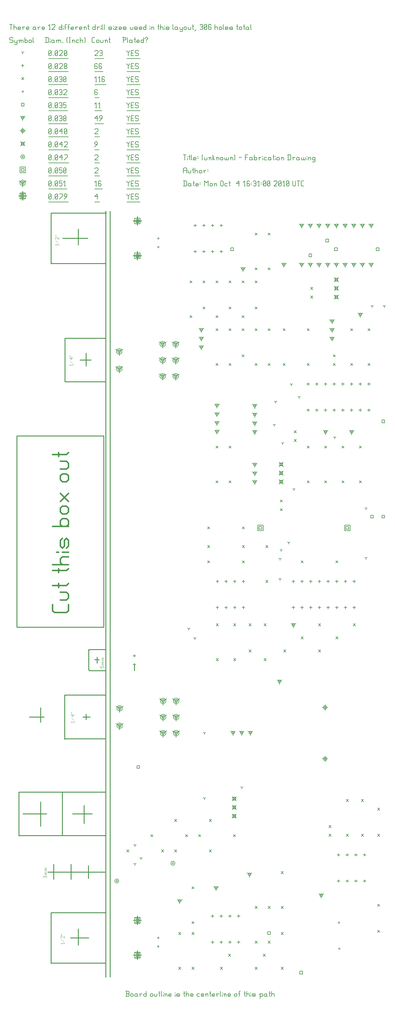
<source format=gbr>
G04 start of page 10 for group -3984 idx -3984 *
G04 Title: (unknown), fab *
G04 Creator: pcb 20091103 *
G04 CreationDate: Mon Oct  4 16:31:00 2010 UTC *
G04 For: fosse *
G04 Format: Gerber/RS-274X *
G04 PCB-Dimensions: 440000 900000 *
G04 PCB-Coordinate-Origin: lower left *
%MOIN*%
%FSLAX25Y25*%
%LNFAB*%
%ADD14C,0.0100*%
%ADD16C,0.0181*%
%ADD53R,0.0080X0.0080*%
%ADD54C,0.0060*%
%ADD55C,0.0040*%
G54D53*X147100Y42700D02*Y33100D01*
X142300Y37900D02*X151900D01*
X145500Y39500D02*X148700D01*
X145500D02*Y36300D01*
X148700D01*
Y39500D02*Y36300D01*
X143900Y41100D02*X150300D01*
X143900D02*Y34700D01*
X150300D01*
Y41100D02*Y34700D01*
X147100Y82700D02*Y73100D01*
X142300Y77900D02*X151900D01*
X145500Y79500D02*X148700D01*
X145500D02*Y76300D01*
X148700D01*
Y79500D02*Y76300D01*
X143900Y81100D02*X150300D01*
X143900D02*Y74700D01*
X150300D01*
Y81100D02*Y74700D01*
X147100Y847200D02*Y837600D01*
X142300Y842400D02*X151900D01*
X145500Y844000D02*X148700D01*
X145500D02*Y840800D01*
X148700D01*
Y844000D02*Y840800D01*
X143900Y845600D02*X150300D01*
X143900D02*Y839200D01*
X150300D01*
Y845600D02*Y839200D01*
X147100Y887200D02*Y877600D01*
X142300Y882400D02*X151900D01*
X145500Y884000D02*X148700D01*
X145500D02*Y880800D01*
X148700D01*
Y884000D02*Y880800D01*
X143900Y885600D02*X150300D01*
X143900D02*Y879200D01*
X150300D01*
Y885600D02*Y879200D01*
X15000Y916050D02*Y906450D01*
X10200Y911250D02*X19800D01*
X13400Y912850D02*X16600D01*
X13400D02*Y909650D01*
X16600D01*
Y912850D02*Y909650D01*
X11800Y914450D02*X18200D01*
X11800D02*Y908050D01*
X18200D01*
Y914450D02*Y908050D01*
G54D54*X135000Y913500D02*Y912750D01*
X136500Y911250D01*
X138000Y912750D01*
Y913500D02*Y912750D01*
X136500Y911250D02*Y907500D01*
X139801Y910500D02*X142051D01*
X139801Y907500D02*X142801D01*
X139801Y913500D02*Y907500D01*
Y913500D02*X142801D01*
X147603D02*X148353Y912750D01*
X145353Y913500D02*X147603D01*
X144603Y912750D02*X145353Y913500D01*
X144603Y912750D02*Y911250D01*
X145353Y910500D01*
X147603D01*
X148353Y909750D01*
Y908250D01*
X147603Y907500D02*X148353Y908250D01*
X145353Y907500D02*X147603D01*
X144603Y908250D02*X145353Y907500D01*
X135000Y904249D02*X150154D01*
X98000Y910500D02*X101000Y913500D01*
X98000Y910500D02*X101750D01*
X101000Y913500D02*Y907500D01*
X98000Y904249D02*X103551D01*
X45000Y908250D02*X45750Y907500D01*
X45000Y912750D02*Y908250D01*
Y912750D02*X45750Y913500D01*
X47250D01*
X48000Y912750D01*
Y908250D01*
X47250Y907500D02*X48000Y908250D01*
X45750Y907500D02*X47250D01*
X45000Y909000D02*X48000Y912000D01*
X49801Y907500D02*X50551D01*
X52353Y908250D02*X53103Y907500D01*
X52353Y912750D02*Y908250D01*
Y912750D02*X53103Y913500D01*
X54603D01*
X55353Y912750D01*
Y908250D01*
X54603Y907500D02*X55353Y908250D01*
X53103Y907500D02*X54603D01*
X52353Y909000D02*X55353Y912000D01*
X57154Y907500D02*X60904Y911250D01*
Y913500D02*Y911250D01*
X57154Y913500D02*X60904D01*
X62706Y907500D02*X65706Y910500D01*
Y912750D02*Y910500D01*
X64956Y913500D02*X65706Y912750D01*
X63456Y913500D02*X64956D01*
X62706Y912750D02*X63456Y913500D01*
X62706Y912750D02*Y911250D01*
X63456Y910500D01*
X65706D01*
X45000Y904249D02*X67507D01*
X126600Y301900D02*Y297100D01*
Y301900D02*X130760Y304300D01*
X126600Y301900D02*X122440Y304300D01*
X125000Y301900D02*G75*G03X128200Y301900I1600J0D01*G01*
G75*G03X125000Y301900I-1600J0D01*G01*
X123400D02*G75*G03X129800Y301900I3200J0D01*G01*
G75*G03X123400Y301900I-3200J0D01*G01*
X126600Y321900D02*Y317100D01*
Y321900D02*X130760Y324300D01*
X126600Y321900D02*X122440Y324300D01*
X125000Y321900D02*G75*G03X128200Y321900I1600J0D01*G01*
G75*G03X125000Y321900I-1600J0D01*G01*
X123400D02*G75*G03X129800Y321900I3200J0D01*G01*
G75*G03X123400Y321900I-3200J0D01*G01*
X176600Y311900D02*Y307100D01*
Y311900D02*X180760Y314300D01*
X176600Y311900D02*X172440Y314300D01*
X175000Y311900D02*G75*G03X178200Y311900I1600J0D01*G01*
G75*G03X175000Y311900I-1600J0D01*G01*
X173400D02*G75*G03X179800Y311900I3200J0D01*G01*
G75*G03X173400Y311900I-3200J0D01*G01*
X176600Y293400D02*Y288600D01*
Y293400D02*X180760Y295800D01*
X176600Y293400D02*X172440Y295800D01*
X175000Y293400D02*G75*G03X178200Y293400I1600J0D01*G01*
G75*G03X175000Y293400I-1600J0D01*G01*
X173400D02*G75*G03X179800Y293400I3200J0D01*G01*
G75*G03X173400Y293400I-3200J0D01*G01*
X176600Y330400D02*Y325600D01*
Y330400D02*X180760Y332800D01*
X176600Y330400D02*X172440Y332800D01*
X175000Y330400D02*G75*G03X178200Y330400I1600J0D01*G01*
G75*G03X175000Y330400I-1600J0D01*G01*
X173400D02*G75*G03X179800Y330400I3200J0D01*G01*
G75*G03X173400Y330400I-3200J0D01*G01*
X191600Y293400D02*Y288600D01*
Y293400D02*X195760Y295800D01*
X191600Y293400D02*X187440Y295800D01*
X190000Y293400D02*G75*G03X193200Y293400I1600J0D01*G01*
G75*G03X190000Y293400I-1600J0D01*G01*
X188400D02*G75*G03X194800Y293400I3200J0D01*G01*
G75*G03X188400Y293400I-3200J0D01*G01*
X191600Y311900D02*Y307100D01*
Y311900D02*X195760Y314300D01*
X191600Y311900D02*X187440Y314300D01*
X190000Y311900D02*G75*G03X193200Y311900I1600J0D01*G01*
G75*G03X190000Y311900I-1600J0D01*G01*
X188400D02*G75*G03X194800Y311900I3200J0D01*G01*
G75*G03X188400Y311900I-3200J0D01*G01*
X191600Y330400D02*Y325600D01*
Y330400D02*X195760Y332800D01*
X191600Y330400D02*X187440Y332800D01*
X190000Y330400D02*G75*G03X193200Y330400I1600J0D01*G01*
G75*G03X190000Y330400I-1600J0D01*G01*
X188400D02*G75*G03X194800Y330400I3200J0D01*G01*
G75*G03X188400Y330400I-3200J0D01*G01*
X126100Y712400D02*Y707600D01*
Y712400D02*X130260Y714800D01*
X126100Y712400D02*X121940Y714800D01*
X124500Y712400D02*G75*G03X127700Y712400I1600J0D01*G01*
G75*G03X124500Y712400I-1600J0D01*G01*
X122900D02*G75*G03X129300Y712400I3200J0D01*G01*
G75*G03X122900Y712400I-3200J0D01*G01*
X126100Y732400D02*Y727600D01*
Y732400D02*X130260Y734800D01*
X126100Y732400D02*X121940Y734800D01*
X124500Y732400D02*G75*G03X127700Y732400I1600J0D01*G01*
G75*G03X124500Y732400I-1600J0D01*G01*
X122900D02*G75*G03X129300Y732400I3200J0D01*G01*
G75*G03X122900Y732400I-3200J0D01*G01*
X176100Y722400D02*Y717600D01*
Y722400D02*X180260Y724800D01*
X176100Y722400D02*X171940Y724800D01*
X174500Y722400D02*G75*G03X177700Y722400I1600J0D01*G01*
G75*G03X174500Y722400I-1600J0D01*G01*
X172900D02*G75*G03X179300Y722400I3200J0D01*G01*
G75*G03X172900Y722400I-3200J0D01*G01*
X176100Y703900D02*Y699100D01*
Y703900D02*X180260Y706300D01*
X176100Y703900D02*X171940Y706300D01*
X174500Y703900D02*G75*G03X177700Y703900I1600J0D01*G01*
G75*G03X174500Y703900I-1600J0D01*G01*
X172900D02*G75*G03X179300Y703900I3200J0D01*G01*
G75*G03X172900Y703900I-3200J0D01*G01*
X176100Y740900D02*Y736100D01*
Y740900D02*X180260Y743300D01*
X176100Y740900D02*X171940Y743300D01*
X174500Y740900D02*G75*G03X177700Y740900I1600J0D01*G01*
G75*G03X174500Y740900I-1600J0D01*G01*
X172900D02*G75*G03X179300Y740900I3200J0D01*G01*
G75*G03X172900Y740900I-3200J0D01*G01*
X191100Y703900D02*Y699100D01*
Y703900D02*X195260Y706300D01*
X191100Y703900D02*X186940Y706300D01*
X189500Y703900D02*G75*G03X192700Y703900I1600J0D01*G01*
G75*G03X189500Y703900I-1600J0D01*G01*
X187900D02*G75*G03X194300Y703900I3200J0D01*G01*
G75*G03X187900Y703900I-3200J0D01*G01*
X191100Y722400D02*Y717600D01*
Y722400D02*X195260Y724800D01*
X191100Y722400D02*X186940Y724800D01*
X189500Y722400D02*G75*G03X192700Y722400I1600J0D01*G01*
G75*G03X189500Y722400I-1600J0D01*G01*
X187900D02*G75*G03X194300Y722400I3200J0D01*G01*
G75*G03X187900Y722400I-3200J0D01*G01*
X191100Y740900D02*Y736100D01*
Y740900D02*X195260Y743300D01*
X191100Y740900D02*X186940Y743300D01*
X189500Y740900D02*G75*G03X192700Y740900I1600J0D01*G01*
G75*G03X189500Y740900I-1600J0D01*G01*
X187900D02*G75*G03X194300Y740900I3200J0D01*G01*
G75*G03X187900Y740900I-3200J0D01*G01*
X15000Y926250D02*Y921450D01*
Y926250D02*X19160Y928650D01*
X15000Y926250D02*X10840Y928650D01*
X13400Y926250D02*G75*G03X16600Y926250I1600J0D01*G01*
G75*G03X13400Y926250I-1600J0D01*G01*
X11800D02*G75*G03X18200Y926250I3200J0D01*G01*
G75*G03X11800Y926250I-3200J0D01*G01*
X135000Y928500D02*Y927750D01*
X136500Y926250D01*
X138000Y927750D01*
Y928500D02*Y927750D01*
X136500Y926250D02*Y922500D01*
X139801Y925500D02*X142051D01*
X139801Y922500D02*X142801D01*
X139801Y928500D02*Y922500D01*
Y928500D02*X142801D01*
X147603D02*X148353Y927750D01*
X145353Y928500D02*X147603D01*
X144603Y927750D02*X145353Y928500D01*
X144603Y927750D02*Y926250D01*
X145353Y925500D01*
X147603D01*
X148353Y924750D01*
Y923250D01*
X147603Y922500D02*X148353Y923250D01*
X145353Y922500D02*X147603D01*
X144603Y923250D02*X145353Y922500D01*
X135000Y919249D02*X150154D01*
X98750Y922500D02*X100250D01*
X99500Y928500D02*Y922500D01*
X98000Y927000D02*X99500Y928500D01*
X104301D02*X105051Y927750D01*
X102801Y928500D02*X104301D01*
X102051Y927750D02*X102801Y928500D01*
X102051Y927750D02*Y923250D01*
X102801Y922500D01*
X104301Y925500D02*X105051Y924750D01*
X102051Y925500D02*X104301D01*
X102801Y922500D02*X104301D01*
X105051Y923250D01*
Y924750D02*Y923250D01*
X98000Y919249D02*X106853D01*
X45000Y923250D02*X45750Y922500D01*
X45000Y927750D02*Y923250D01*
Y927750D02*X45750Y928500D01*
X47250D01*
X48000Y927750D01*
Y923250D01*
X47250Y922500D02*X48000Y923250D01*
X45750Y922500D02*X47250D01*
X45000Y924000D02*X48000Y927000D01*
X49801Y922500D02*X50551D01*
X52353Y923250D02*X53103Y922500D01*
X52353Y927750D02*Y923250D01*
Y927750D02*X53103Y928500D01*
X54603D01*
X55353Y927750D01*
Y923250D01*
X54603Y922500D02*X55353Y923250D01*
X53103Y922500D02*X54603D01*
X52353Y924000D02*X55353Y927000D01*
X57154Y928500D02*X60154D01*
X57154D02*Y925500D01*
X57904Y926250D01*
X59404D01*
X60154Y925500D01*
Y923250D01*
X59404Y922500D02*X60154Y923250D01*
X57904Y922500D02*X59404D01*
X57154Y923250D02*X57904Y922500D01*
X62706D02*X64206D01*
X63456Y928500D02*Y922500D01*
X61956Y927000D02*X63456Y928500D01*
X45000Y919249D02*X66007D01*
X287000Y531000D02*X290200D01*
X287000D02*Y527800D01*
X290200D01*
Y531000D02*Y527800D01*
X285400Y532600D02*X291800D01*
X285400D02*Y526200D01*
X291800D01*
Y532600D02*Y526200D01*
X387000Y531000D02*X390200D01*
X387000D02*Y527800D01*
X390200D01*
Y531000D02*Y527800D01*
X385400Y532600D02*X391800D01*
X385400D02*Y526200D01*
X391800D01*
Y532600D02*Y526200D01*
X13400Y942850D02*X16600D01*
X13400D02*Y939650D01*
X16600D01*
Y942850D02*Y939650D01*
X11800Y944450D02*X18200D01*
X11800D02*Y938050D01*
X18200D01*
Y944450D02*Y938050D01*
X135000Y943500D02*Y942750D01*
X136500Y941250D01*
X138000Y942750D01*
Y943500D02*Y942750D01*
X136500Y941250D02*Y937500D01*
X139801Y940500D02*X142051D01*
X139801Y937500D02*X142801D01*
X139801Y943500D02*Y937500D01*
Y943500D02*X142801D01*
X147603D02*X148353Y942750D01*
X145353Y943500D02*X147603D01*
X144603Y942750D02*X145353Y943500D01*
X144603Y942750D02*Y941250D01*
X145353Y940500D01*
X147603D01*
X148353Y939750D01*
Y938250D01*
X147603Y937500D02*X148353Y938250D01*
X145353Y937500D02*X147603D01*
X144603Y938250D02*X145353Y937500D01*
X135000Y934249D02*X150154D01*
X98000Y942750D02*X98750Y943500D01*
X101000D01*
X101750Y942750D01*
Y941250D01*
X98000Y937500D02*X101750Y941250D01*
X98000Y937500D02*X101750D01*
X98000Y934249D02*X103551D01*
X45000Y938250D02*X45750Y937500D01*
X45000Y942750D02*Y938250D01*
Y942750D02*X45750Y943500D01*
X47250D01*
X48000Y942750D01*
Y938250D01*
X47250Y937500D02*X48000Y938250D01*
X45750Y937500D02*X47250D01*
X45000Y939000D02*X48000Y942000D01*
X49801Y937500D02*X50551D01*
X52353Y938250D02*X53103Y937500D01*
X52353Y942750D02*Y938250D01*
Y942750D02*X53103Y943500D01*
X54603D01*
X55353Y942750D01*
Y938250D01*
X54603Y937500D02*X55353Y938250D01*
X53103Y937500D02*X54603D01*
X52353Y939000D02*X55353Y942000D01*
X57154Y943500D02*X60154D01*
X57154D02*Y940500D01*
X57904Y941250D01*
X59404D01*
X60154Y940500D01*
Y938250D01*
X59404Y937500D02*X60154Y938250D01*
X57904Y937500D02*X59404D01*
X57154Y938250D02*X57904Y937500D01*
X61956Y938250D02*X62706Y937500D01*
X61956Y942750D02*Y938250D01*
Y942750D02*X62706Y943500D01*
X64206D01*
X64956Y942750D01*
Y938250D01*
X64206Y937500D02*X64956Y938250D01*
X62706Y937500D02*X64206D01*
X61956Y939000D02*X64956Y942000D01*
X45000Y934249D02*X66757D01*
X122513Y123251D02*G75*G03X124113Y123251I800J0D01*G01*
G75*G03X122513Y123251I-800J0D01*G01*
X120913D02*G75*G03X125713Y123251I2400J0D01*G01*
G75*G03X120913Y123251I-2400J0D01*G01*
X187080Y143723D02*G75*G03X188680Y143723I800J0D01*G01*
G75*G03X187080Y143723I-800J0D01*G01*
X185480D02*G75*G03X190280Y143723I2400J0D01*G01*
G75*G03X185480Y143723I-2400J0D01*G01*
X14200Y956250D02*G75*G03X15800Y956250I800J0D01*G01*
G75*G03X14200Y956250I-800J0D01*G01*
X12600D02*G75*G03X17400Y956250I2400J0D01*G01*
G75*G03X12600Y956250I-2400J0D01*G01*
X135000Y958500D02*Y957750D01*
X136500Y956250D01*
X138000Y957750D01*
Y958500D02*Y957750D01*
X136500Y956250D02*Y952500D01*
X139801Y955500D02*X142051D01*
X139801Y952500D02*X142801D01*
X139801Y958500D02*Y952500D01*
Y958500D02*X142801D01*
X147603D02*X148353Y957750D01*
X145353Y958500D02*X147603D01*
X144603Y957750D02*X145353Y958500D01*
X144603Y957750D02*Y956250D01*
X145353Y955500D01*
X147603D01*
X148353Y954750D01*
Y953250D01*
X147603Y952500D02*X148353Y953250D01*
X145353Y952500D02*X147603D01*
X144603Y953250D02*X145353Y952500D01*
X135000Y949249D02*X150154D01*
X98000Y957750D02*X98750Y958500D01*
X101000D01*
X101750Y957750D01*
Y956250D01*
X98000Y952500D02*X101750Y956250D01*
X98000Y952500D02*X101750D01*
X98000Y949249D02*X103551D01*
X45000Y953250D02*X45750Y952500D01*
X45000Y957750D02*Y953250D01*
Y957750D02*X45750Y958500D01*
X47250D01*
X48000Y957750D01*
Y953250D01*
X47250Y952500D02*X48000Y953250D01*
X45750Y952500D02*X47250D01*
X45000Y954000D02*X48000Y957000D01*
X49801Y952500D02*X50551D01*
X52353Y953250D02*X53103Y952500D01*
X52353Y957750D02*Y953250D01*
Y957750D02*X53103Y958500D01*
X54603D01*
X55353Y957750D01*
Y953250D01*
X54603Y952500D02*X55353Y953250D01*
X53103Y952500D02*X54603D01*
X52353Y954000D02*X55353Y957000D01*
X57154Y955500D02*X60154Y958500D01*
X57154Y955500D02*X60904D01*
X60154Y958500D02*Y952500D01*
X62706D02*X66456Y956250D01*
Y958500D02*Y956250D01*
X62706Y958500D02*X66456D01*
X45000Y949249D02*X68257D01*
X310200Y604800D02*X315000Y600000D01*
X310200D02*X315000Y604800D01*
X311000Y604000D02*X314200D01*
X311000D02*Y600800D01*
X314200D01*
Y604000D02*Y600800D01*
X310200Y594800D02*X315000Y590000D01*
X310200D02*X315000Y594800D01*
X311000Y594000D02*X314200D01*
X311000D02*Y590800D01*
X314200D01*
Y594000D02*Y590800D01*
X310200Y584800D02*X315000Y580000D01*
X310200D02*X315000Y584800D01*
X311000Y584000D02*X314200D01*
X311000D02*Y580800D01*
X314200D01*
Y584000D02*Y580800D01*
X256200Y220300D02*X261000Y215500D01*
X256200D02*X261000Y220300D01*
X257000Y219500D02*X260200D01*
X257000D02*Y216300D01*
X260200D01*
Y219500D02*Y216300D01*
X256200Y210300D02*X261000Y205500D01*
X256200D02*X261000Y210300D01*
X257000Y209500D02*X260200D01*
X257000D02*Y206300D01*
X260200D01*
Y209500D02*Y206300D01*
X256200Y200300D02*X261000Y195500D01*
X256200D02*X261000Y200300D01*
X257000Y199500D02*X260200D01*
X257000D02*Y196300D01*
X260200D01*
Y199500D02*Y196300D01*
X373700Y817300D02*X378500Y812500D01*
X373700D02*X378500Y817300D01*
X374500Y816500D02*X377700D01*
X374500D02*Y813300D01*
X377700D01*
Y816500D02*Y813300D01*
X373700Y807300D02*X378500Y802500D01*
X373700D02*X378500Y807300D01*
X374500Y806500D02*X377700D01*
X374500D02*Y803300D01*
X377700D01*
Y806500D02*Y803300D01*
X373700Y797300D02*X378500Y792500D01*
X373700D02*X378500Y797300D01*
X374500Y796500D02*X377700D01*
X374500D02*Y793300D01*
X377700D01*
Y796500D02*Y793300D01*
X12600Y973650D02*X17400Y968850D01*
X12600D02*X17400Y973650D01*
X13400Y972850D02*X16600D01*
X13400D02*Y969650D01*
X16600D01*
Y972850D02*Y969650D01*
X135000Y973500D02*Y972750D01*
X136500Y971250D01*
X138000Y972750D01*
Y973500D02*Y972750D01*
X136500Y971250D02*Y967500D01*
X139801Y970500D02*X142051D01*
X139801Y967500D02*X142801D01*
X139801Y973500D02*Y967500D01*
Y973500D02*X142801D01*
X147603D02*X148353Y972750D01*
X145353Y973500D02*X147603D01*
X144603Y972750D02*X145353Y973500D01*
X144603Y972750D02*Y971250D01*
X145353Y970500D01*
X147603D01*
X148353Y969750D01*
Y968250D01*
X147603Y967500D02*X148353Y968250D01*
X145353Y967500D02*X147603D01*
X144603Y968250D02*X145353Y967500D01*
X135000Y964249D02*X150154D01*
X98000Y967500D02*X101000Y970500D01*
Y972750D02*Y970500D01*
X100250Y973500D02*X101000Y972750D01*
X98750Y973500D02*X100250D01*
X98000Y972750D02*X98750Y973500D01*
X98000Y972750D02*Y971250D01*
X98750Y970500D01*
X101000D01*
X98000Y964249D02*X102801D01*
X45000Y968250D02*X45750Y967500D01*
X45000Y972750D02*Y968250D01*
Y972750D02*X45750Y973500D01*
X47250D01*
X48000Y972750D01*
Y968250D01*
X47250Y967500D02*X48000Y968250D01*
X45750Y967500D02*X47250D01*
X45000Y969000D02*X48000Y972000D01*
X49801Y967500D02*X50551D01*
X52353Y968250D02*X53103Y967500D01*
X52353Y972750D02*Y968250D01*
Y972750D02*X53103Y973500D01*
X54603D01*
X55353Y972750D01*
Y968250D01*
X54603Y967500D02*X55353Y968250D01*
X53103Y967500D02*X54603D01*
X52353Y969000D02*X55353Y972000D01*
X57154Y970500D02*X60154Y973500D01*
X57154Y970500D02*X60904D01*
X60154Y973500D02*Y967500D01*
X62706Y972750D02*X63456Y973500D01*
X65706D01*
X66456Y972750D01*
Y971250D01*
X62706Y967500D02*X66456Y971250D01*
X62706Y967500D02*X66456D01*
X45000Y964249D02*X68257D01*
X363100Y267073D02*Y260673D01*
X359900Y263873D02*X366300D01*
X361500Y265473D02*X364700D01*
X361500D02*Y262273D01*
X364700D01*
Y265473D02*Y262273D01*
X363100Y326128D02*Y319728D01*
X359900Y322928D02*X366300D01*
X361500Y324528D02*X364700D01*
X361500D02*Y321328D01*
X364700D01*
Y324528D02*Y321328D01*
X15000Y989450D02*Y983050D01*
X11800Y986250D02*X18200D01*
X13400Y987850D02*X16600D01*
X13400D02*Y984650D01*
X16600D01*
Y987850D02*Y984650D01*
X135000Y988500D02*Y987750D01*
X136500Y986250D01*
X138000Y987750D01*
Y988500D02*Y987750D01*
X136500Y986250D02*Y982500D01*
X139801Y985500D02*X142051D01*
X139801Y982500D02*X142801D01*
X139801Y988500D02*Y982500D01*
Y988500D02*X142801D01*
X147603D02*X148353Y987750D01*
X145353Y988500D02*X147603D01*
X144603Y987750D02*X145353Y988500D01*
X144603Y987750D02*Y986250D01*
X145353Y985500D01*
X147603D01*
X148353Y984750D01*
Y983250D01*
X147603Y982500D02*X148353Y983250D01*
X145353Y982500D02*X147603D01*
X144603Y983250D02*X145353Y982500D01*
X135000Y979249D02*X150154D01*
X98000Y987750D02*X98750Y988500D01*
X101000D01*
X101750Y987750D01*
Y986250D01*
X98000Y982500D02*X101750Y986250D01*
X98000Y982500D02*X101750D01*
X98000Y979249D02*X103551D01*
X45000Y983250D02*X45750Y982500D01*
X45000Y987750D02*Y983250D01*
Y987750D02*X45750Y988500D01*
X47250D01*
X48000Y987750D01*
Y983250D01*
X47250Y982500D02*X48000Y983250D01*
X45750Y982500D02*X47250D01*
X45000Y984000D02*X48000Y987000D01*
X49801Y982500D02*X50551D01*
X52353Y983250D02*X53103Y982500D01*
X52353Y987750D02*Y983250D01*
Y987750D02*X53103Y988500D01*
X54603D01*
X55353Y987750D01*
Y983250D01*
X54603Y982500D02*X55353Y983250D01*
X53103Y982500D02*X54603D01*
X52353Y984000D02*X55353Y987000D01*
X57154Y985500D02*X60154Y988500D01*
X57154Y985500D02*X60904D01*
X60154Y988500D02*Y982500D01*
X62706Y983250D02*X63456Y982500D01*
X62706Y987750D02*Y983250D01*
Y987750D02*X63456Y988500D01*
X64956D01*
X65706Y987750D01*
Y983250D01*
X64956Y982500D02*X65706Y983250D01*
X63456Y982500D02*X64956D01*
X62706Y984000D02*X65706Y987000D01*
X45000Y979249D02*X67507D01*
X403600Y774900D02*Y771700D01*
Y774900D02*X406373Y776500D01*
X403600Y774900D02*X400827Y776500D01*
X402000Y774900D02*G75*G03X405200Y774900I1600J0D01*G01*
G75*G03X402000Y774900I-1600J0D01*G01*
X326600Y417900D02*Y414700D01*
Y417900D02*X329373Y419500D01*
X326600Y417900D02*X323827Y419500D01*
X325000Y417900D02*G75*G03X328200Y417900I1600J0D01*G01*
G75*G03X325000Y417900I-1600J0D01*G01*
X195600Y100400D02*Y97200D01*
Y100400D02*X198373Y102000D01*
X195600Y100400D02*X192827Y102000D01*
X194000Y100400D02*G75*G03X197200Y100400I1600J0D01*G01*
G75*G03X194000Y100400I-1600J0D01*G01*
X238600Y640400D02*Y637200D01*
Y640400D02*X241373Y642000D01*
X238600Y640400D02*X235827Y642000D01*
X237000Y640400D02*G75*G03X240200Y640400I1600J0D01*G01*
G75*G03X237000Y640400I-1600J0D01*G01*
X238600Y650400D02*Y647200D01*
Y650400D02*X241373Y652000D01*
X238600Y650400D02*X235827Y652000D01*
X237000Y650400D02*G75*G03X240200Y650400I1600J0D01*G01*
G75*G03X237000Y650400I-1600J0D01*G01*
X238600Y660400D02*Y657200D01*
Y660400D02*X241373Y662000D01*
X238600Y660400D02*X235827Y662000D01*
X237000Y660400D02*G75*G03X240200Y660400I1600J0D01*G01*
G75*G03X237000Y660400I-1600J0D01*G01*
X238600Y670400D02*Y667200D01*
Y670400D02*X241373Y672000D01*
X238600Y670400D02*X235827Y672000D01*
X237000Y670400D02*G75*G03X240200Y670400I1600J0D01*G01*
G75*G03X237000Y670400I-1600J0D01*G01*
X310600Y352900D02*Y349700D01*
Y352900D02*X313373Y354500D01*
X310600Y352900D02*X307827Y354500D01*
X309000Y352900D02*G75*G03X312200Y352900I1600J0D01*G01*
G75*G03X309000Y352900I-1600J0D01*G01*
X237600Y115400D02*Y112200D01*
Y115400D02*X240373Y117000D01*
X237600Y115400D02*X234827Y117000D01*
X236000Y115400D02*G75*G03X239200Y115400I1600J0D01*G01*
G75*G03X236000Y115400I-1600J0D01*G01*
X257100Y293900D02*Y290700D01*
Y293900D02*X259873Y295500D01*
X257100Y293900D02*X254327Y295500D01*
X255500Y293900D02*G75*G03X258700Y293900I1600J0D01*G01*
G75*G03X255500Y293900I-1600J0D01*G01*
X267100D02*Y290700D01*
Y293900D02*X269873Y295500D01*
X267100Y293900D02*X264327Y295500D01*
X265500Y293900D02*G75*G03X268700Y293900I1600J0D01*G01*
G75*G03X265500Y293900I-1600J0D01*G01*
X277100D02*Y290700D01*
Y293900D02*X279873Y295500D01*
X277100Y293900D02*X274327Y295500D01*
X275500Y293900D02*G75*G03X278700Y293900I1600J0D01*G01*
G75*G03X275500Y293900I-1600J0D01*G01*
X336100Y832400D02*Y829200D01*
Y832400D02*X338873Y834000D01*
X336100Y832400D02*X333327Y834000D01*
X334500Y832400D02*G75*G03X337700Y832400I1600J0D01*G01*
G75*G03X334500Y832400I-1600J0D01*G01*
X346100D02*Y829200D01*
Y832400D02*X348873Y834000D01*
X346100Y832400D02*X343327Y834000D01*
X344500Y832400D02*G75*G03X347700Y832400I1600J0D01*G01*
G75*G03X344500Y832400I-1600J0D01*G01*
X356100D02*Y829200D01*
Y832400D02*X358873Y834000D01*
X356100Y832400D02*X353327Y834000D01*
X354500Y832400D02*G75*G03X357700Y832400I1600J0D01*G01*
G75*G03X354500Y832400I-1600J0D01*G01*
X366100D02*Y829200D01*
Y832400D02*X368873Y834000D01*
X366100Y832400D02*X363327Y834000D01*
X364500Y832400D02*G75*G03X367700Y832400I1600J0D01*G01*
G75*G03X364500Y832400I-1600J0D01*G01*
X376100D02*Y829200D01*
Y832400D02*X378873Y834000D01*
X376100Y832400D02*X373327Y834000D01*
X374500Y832400D02*G75*G03X377700Y832400I1600J0D01*G01*
G75*G03X374500Y832400I-1600J0D01*G01*
X386100D02*Y829200D01*
Y832400D02*X388873Y834000D01*
X386100Y832400D02*X383327Y834000D01*
X384500Y832400D02*G75*G03X387700Y832400I1600J0D01*G01*
G75*G03X384500Y832400I-1600J0D01*G01*
X396100D02*Y829200D01*
Y832400D02*X398873Y834000D01*
X396100Y832400D02*X393327Y834000D01*
X394500Y832400D02*G75*G03X397700Y832400I1600J0D01*G01*
G75*G03X394500Y832400I-1600J0D01*G01*
X406100D02*Y829200D01*
Y832400D02*X408873Y834000D01*
X406100Y832400D02*X403327Y834000D01*
X404500Y832400D02*G75*G03X407700Y832400I1600J0D01*G01*
G75*G03X404500Y832400I-1600J0D01*G01*
X416100D02*Y829200D01*
Y832400D02*X418873Y834000D01*
X416100Y832400D02*X413327Y834000D01*
X414500Y832400D02*G75*G03X417700Y832400I1600J0D01*G01*
G75*G03X414500Y832400I-1600J0D01*G01*
X363600Y639900D02*Y636700D01*
Y639900D02*X366373Y641500D01*
X363600Y639900D02*X360827Y641500D01*
X362000Y639900D02*G75*G03X365200Y639900I1600J0D01*G01*
G75*G03X362000Y639900I-1600J0D01*G01*
X371100Y747400D02*Y744200D01*
Y747400D02*X373873Y749000D01*
X371100Y747400D02*X368327Y749000D01*
X369500Y747400D02*G75*G03X372700Y747400I1600J0D01*G01*
G75*G03X369500Y747400I-1600J0D01*G01*
X371100Y757400D02*Y754200D01*
Y757400D02*X373873Y759000D01*
X371100Y757400D02*X368327Y759000D01*
X369500Y757400D02*G75*G03X372700Y757400I1600J0D01*G01*
G75*G03X369500Y757400I-1600J0D01*G01*
X371100Y767400D02*Y764200D01*
Y767400D02*X373873Y769000D01*
X371100Y767400D02*X368327Y769000D01*
X369500Y767400D02*G75*G03X372700Y767400I1600J0D01*G01*
G75*G03X369500Y767400I-1600J0D01*G01*
X282100Y582400D02*Y579200D01*
Y582400D02*X284873Y584000D01*
X282100Y582400D02*X279327Y584000D01*
X280500Y582400D02*G75*G03X283700Y582400I1600J0D01*G01*
G75*G03X280500Y582400I-1600J0D01*G01*
X282100Y592400D02*Y589200D01*
Y592400D02*X284873Y594000D01*
X282100Y592400D02*X279327Y594000D01*
X280500Y592400D02*G75*G03X283700Y592400I1600J0D01*G01*
G75*G03X280500Y592400I-1600J0D01*G01*
X282100Y602400D02*Y599200D01*
Y602400D02*X284873Y604000D01*
X282100Y602400D02*X279327Y604000D01*
X280500Y602400D02*G75*G03X283700Y602400I1600J0D01*G01*
G75*G03X280500Y602400I-1600J0D01*G01*
X336100Y877400D02*Y874200D01*
Y877400D02*X338873Y879000D01*
X336100Y877400D02*X333327Y879000D01*
X334500Y877400D02*G75*G03X337700Y877400I1600J0D01*G01*
G75*G03X334500Y877400I-1600J0D01*G01*
X346100D02*Y874200D01*
Y877400D02*X348873Y879000D01*
X346100Y877400D02*X343327Y879000D01*
X344500Y877400D02*G75*G03X347700Y877400I1600J0D01*G01*
G75*G03X344500Y877400I-1600J0D01*G01*
X356100D02*Y874200D01*
Y877400D02*X358873Y879000D01*
X356100Y877400D02*X353327Y879000D01*
X354500Y877400D02*G75*G03X357700Y877400I1600J0D01*G01*
G75*G03X354500Y877400I-1600J0D01*G01*
X366100D02*Y874200D01*
Y877400D02*X368873Y879000D01*
X366100Y877400D02*X363327Y879000D01*
X364500Y877400D02*G75*G03X367700Y877400I1600J0D01*G01*
G75*G03X364500Y877400I-1600J0D01*G01*
X376100D02*Y874200D01*
Y877400D02*X378873Y879000D01*
X376100Y877400D02*X373327Y879000D01*
X374500Y877400D02*G75*G03X377700Y877400I1600J0D01*G01*
G75*G03X374500Y877400I-1600J0D01*G01*
X386100D02*Y874200D01*
Y877400D02*X388873Y879000D01*
X386100Y877400D02*X383327Y879000D01*
X384500Y877400D02*G75*G03X387700Y877400I1600J0D01*G01*
G75*G03X384500Y877400I-1600J0D01*G01*
X396100D02*Y874200D01*
Y877400D02*X398873Y879000D01*
X396100Y877400D02*X393327Y879000D01*
X394500Y877400D02*G75*G03X397700Y877400I1600J0D01*G01*
G75*G03X394500Y877400I-1600J0D01*G01*
X406100D02*Y874200D01*
Y877400D02*X408873Y879000D01*
X406100Y877400D02*X403327Y879000D01*
X404500Y877400D02*G75*G03X407700Y877400I1600J0D01*G01*
G75*G03X404500Y877400I-1600J0D01*G01*
X416100D02*Y874200D01*
Y877400D02*X418873Y879000D01*
X416100Y877400D02*X413327Y879000D01*
X414500Y877400D02*G75*G03X417700Y877400I1600J0D01*G01*
G75*G03X414500Y877400I-1600J0D01*G01*
X276100Y130900D02*Y127700D01*
Y130900D02*X278873Y132500D01*
X276100Y130900D02*X273327Y132500D01*
X274500Y130900D02*G75*G03X277700Y130900I1600J0D01*G01*
G75*G03X274500Y130900I-1600J0D01*G01*
X268600Y827400D02*Y824200D01*
Y827400D02*X271373Y829000D01*
X268600Y827400D02*X265827Y829000D01*
X267000Y827400D02*G75*G03X270200Y827400I1600J0D01*G01*
G75*G03X267000Y827400I-1600J0D01*G01*
X315600Y832400D02*Y829200D01*
Y832400D02*X318373Y834000D01*
X315600Y832400D02*X312827Y834000D01*
X314000Y832400D02*G75*G03X317200Y832400I1600J0D01*G01*
G75*G03X314000Y832400I-1600J0D01*G01*
X358600Y106900D02*Y103700D01*
Y106900D02*X361373Y108500D01*
X358600Y106900D02*X355827Y108500D01*
X357000Y106900D02*G75*G03X360200Y106900I1600J0D01*G01*
G75*G03X357000Y106900I-1600J0D01*G01*
X282100Y639900D02*Y636700D01*
Y639900D02*X284873Y641500D01*
X282100Y639900D02*X279327Y641500D01*
X280500Y639900D02*G75*G03X283700Y639900I1600J0D01*G01*
G75*G03X280500Y639900I-1600J0D01*G01*
X282100Y649900D02*Y646700D01*
Y649900D02*X284873Y651500D01*
X282100Y649900D02*X279327Y651500D01*
X280500Y649900D02*G75*G03X283700Y649900I1600J0D01*G01*
G75*G03X280500Y649900I-1600J0D01*G01*
X282100Y659900D02*Y656700D01*
Y659900D02*X284873Y661500D01*
X282100Y659900D02*X279327Y661500D01*
X280500Y659900D02*G75*G03X283700Y659900I1600J0D01*G01*
G75*G03X280500Y659900I-1600J0D01*G01*
X282100Y669900D02*Y666700D01*
Y669900D02*X284873Y671500D01*
X282100Y669900D02*X279327Y671500D01*
X280500Y669900D02*G75*G03X283700Y669900I1600J0D01*G01*
G75*G03X280500Y669900I-1600J0D01*G01*
X220600Y737400D02*Y734200D01*
Y737400D02*X223373Y739000D01*
X220600Y737400D02*X217827Y739000D01*
X219000Y737400D02*G75*G03X222200Y737400I1600J0D01*G01*
G75*G03X219000Y737400I-1600J0D01*G01*
X220600Y747400D02*Y744200D01*
Y747400D02*X223373Y749000D01*
X220600Y747400D02*X217827Y749000D01*
X219000Y747400D02*G75*G03X222200Y747400I1600J0D01*G01*
G75*G03X219000Y747400I-1600J0D01*G01*
X220600Y757400D02*Y754200D01*
Y757400D02*X223373Y759000D01*
X220600Y757400D02*X217827Y759000D01*
X219000Y757400D02*G75*G03X222200Y757400I1600J0D01*G01*
G75*G03X219000Y757400I-1600J0D01*G01*
X393600Y639900D02*Y636700D01*
Y639900D02*X396373Y641500D01*
X393600Y639900D02*X390827Y641500D01*
X392000Y639900D02*G75*G03X395200Y639900I1600J0D01*G01*
G75*G03X392000Y639900I-1600J0D01*G01*
X15000Y1001250D02*Y998050D01*
Y1001250D02*X17773Y1002850D01*
X15000Y1001250D02*X12227Y1002850D01*
X13400Y1001250D02*G75*G03X16600Y1001250I1600J0D01*G01*
G75*G03X13400Y1001250I-1600J0D01*G01*
X135000Y1003500D02*Y1002750D01*
X136500Y1001250D01*
X138000Y1002750D01*
Y1003500D02*Y1002750D01*
X136500Y1001250D02*Y997500D01*
X139801Y1000500D02*X142051D01*
X139801Y997500D02*X142801D01*
X139801Y1003500D02*Y997500D01*
Y1003500D02*X142801D01*
X147603D02*X148353Y1002750D01*
X145353Y1003500D02*X147603D01*
X144603Y1002750D02*X145353Y1003500D01*
X144603Y1002750D02*Y1001250D01*
X145353Y1000500D01*
X147603D01*
X148353Y999750D01*
Y998250D01*
X147603Y997500D02*X148353Y998250D01*
X145353Y997500D02*X147603D01*
X144603Y998250D02*X145353Y997500D01*
X135000Y994249D02*X150154D01*
X98000Y1000500D02*X101000Y1003500D01*
X98000Y1000500D02*X101750D01*
X101000Y1003500D02*Y997500D01*
X103551D02*X106551Y1000500D01*
Y1002750D02*Y1000500D01*
X105801Y1003500D02*X106551Y1002750D01*
X104301Y1003500D02*X105801D01*
X103551Y1002750D02*X104301Y1003500D01*
X103551Y1002750D02*Y1001250D01*
X104301Y1000500D01*
X106551D01*
X98000Y994249D02*X108353D01*
X45000Y998250D02*X45750Y997500D01*
X45000Y1002750D02*Y998250D01*
Y1002750D02*X45750Y1003500D01*
X47250D01*
X48000Y1002750D01*
Y998250D01*
X47250Y997500D02*X48000Y998250D01*
X45750Y997500D02*X47250D01*
X45000Y999000D02*X48000Y1002000D01*
X49801Y997500D02*X50551D01*
X52353Y998250D02*X53103Y997500D01*
X52353Y1002750D02*Y998250D01*
Y1002750D02*X53103Y1003500D01*
X54603D01*
X55353Y1002750D01*
Y998250D01*
X54603Y997500D02*X55353Y998250D01*
X53103Y997500D02*X54603D01*
X52353Y999000D02*X55353Y1002000D01*
X57154Y1002750D02*X57904Y1003500D01*
X59404D01*
X60154Y1002750D01*
Y998250D01*
X59404Y997500D02*X60154Y998250D01*
X57904Y997500D02*X59404D01*
X57154Y998250D02*X57904Y997500D01*
Y1000500D02*X60154D01*
X61956Y998250D02*X62706Y997500D01*
X61956Y999750D02*Y998250D01*
Y999750D02*X62706Y1000500D01*
X64206D01*
X64956Y999750D01*
Y998250D01*
X64206Y997500D02*X64956Y998250D01*
X62706Y997500D02*X64206D01*
X61956Y1001250D02*X62706Y1000500D01*
X61956Y1002750D02*Y1001250D01*
Y1002750D02*X62706Y1003500D01*
X64206D01*
X64956Y1002750D01*
Y1001250D01*
X64206Y1000500D02*X64956Y1001250D01*
X45000Y994249D02*X66757D01*
X297000Y65000D02*X300200D01*
X297000D02*Y61800D01*
X300200D01*
Y65000D02*Y61800D01*
X374000Y851500D02*X377200D01*
X374000D02*Y848300D01*
X377200D01*
Y851500D02*Y848300D01*
X254500Y851500D02*X257700D01*
X254500D02*Y848300D01*
X257700D01*
Y851500D02*Y848300D01*
X422000Y851500D02*X425200D01*
X422000D02*Y848300D01*
X425200D01*
Y851500D02*Y848300D01*
X364000Y861500D02*X367200D01*
X364000D02*Y858300D01*
X367200D01*
Y861500D02*Y858300D01*
X334000Y19500D02*X337200D01*
X334000D02*Y16300D01*
X337200D01*
Y19500D02*Y16300D01*
X428500Y653500D02*X431700D01*
X428500D02*Y650300D01*
X431700D01*
Y653500D02*Y650300D01*
X146500Y256000D02*X149700D01*
X146500D02*Y252800D01*
X149700D01*
Y256000D02*Y252800D01*
X428500Y544000D02*X431700D01*
X428500D02*Y540800D01*
X431700D01*
Y544000D02*Y540800D01*
X344500Y844500D02*X347700D01*
X344500D02*Y841300D01*
X347700D01*
Y844500D02*Y841300D01*
X415500Y544000D02*X418700D01*
X415500D02*Y540800D01*
X418700D01*
Y544000D02*Y540800D01*
X13400Y1017850D02*X16600D01*
X13400D02*Y1014650D01*
X16600D01*
Y1017850D02*Y1014650D01*
X135000Y1018500D02*Y1017750D01*
X136500Y1016250D01*
X138000Y1017750D01*
Y1018500D02*Y1017750D01*
X136500Y1016250D02*Y1012500D01*
X139801Y1015500D02*X142051D01*
X139801Y1012500D02*X142801D01*
X139801Y1018500D02*Y1012500D01*
Y1018500D02*X142801D01*
X147603D02*X148353Y1017750D01*
X145353Y1018500D02*X147603D01*
X144603Y1017750D02*X145353Y1018500D01*
X144603Y1017750D02*Y1016250D01*
X145353Y1015500D01*
X147603D01*
X148353Y1014750D01*
Y1013250D01*
X147603Y1012500D02*X148353Y1013250D01*
X145353Y1012500D02*X147603D01*
X144603Y1013250D02*X145353Y1012500D01*
X135000Y1009249D02*X150154D01*
X98750Y1012500D02*X100250D01*
X99500Y1018500D02*Y1012500D01*
X98000Y1017000D02*X99500Y1018500D01*
X102801Y1012500D02*X104301D01*
X103551Y1018500D02*Y1012500D01*
X102051Y1017000D02*X103551Y1018500D01*
X98000Y1009249D02*X106103D01*
X45000Y1013250D02*X45750Y1012500D01*
X45000Y1017750D02*Y1013250D01*
Y1017750D02*X45750Y1018500D01*
X47250D01*
X48000Y1017750D01*
Y1013250D01*
X47250Y1012500D02*X48000Y1013250D01*
X45750Y1012500D02*X47250D01*
X45000Y1014000D02*X48000Y1017000D01*
X49801Y1012500D02*X50551D01*
X52353Y1013250D02*X53103Y1012500D01*
X52353Y1017750D02*Y1013250D01*
Y1017750D02*X53103Y1018500D01*
X54603D01*
X55353Y1017750D01*
Y1013250D01*
X54603Y1012500D02*X55353Y1013250D01*
X53103Y1012500D02*X54603D01*
X52353Y1014000D02*X55353Y1017000D01*
X57154Y1017750D02*X57904Y1018500D01*
X59404D01*
X60154Y1017750D01*
Y1013250D01*
X59404Y1012500D02*X60154Y1013250D01*
X57904Y1012500D02*X59404D01*
X57154Y1013250D02*X57904Y1012500D01*
Y1015500D02*X60154D01*
X61956Y1018500D02*X64956D01*
X61956D02*Y1015500D01*
X62706Y1016250D01*
X64206D01*
X64956Y1015500D01*
Y1013250D01*
X64206Y1012500D02*X64956Y1013250D01*
X62706Y1012500D02*X64206D01*
X61956Y1013250D02*X62706Y1012500D01*
X45000Y1009249D02*X66757D01*
X378646Y45439D02*G75*G03X380246Y45439I800J0D01*G01*
G75*G03X378646Y45439I-800J0D01*G01*
X378253Y75361D02*G75*G03X379853Y75361I800J0D01*G01*
G75*G03X378253Y75361I-800J0D01*G01*
X170300Y47900D02*G75*G03X171900Y47900I800J0D01*G01*
G75*G03X170300Y47900I-800J0D01*G01*
Y57900D02*G75*G03X171900Y57900I800J0D01*G01*
G75*G03X170300Y57900I-800J0D01*G01*
Y852400D02*G75*G03X171900Y852400I800J0D01*G01*
G75*G03X170300Y852400I-800J0D01*G01*
Y862400D02*G75*G03X171900Y862400I800J0D01*G01*
G75*G03X170300Y862400I-800J0D01*G01*
X14200Y1031250D02*G75*G03X15800Y1031250I800J0D01*G01*
G75*G03X14200Y1031250I-800J0D01*G01*
X135000Y1033500D02*Y1032750D01*
X136500Y1031250D01*
X138000Y1032750D01*
Y1033500D02*Y1032750D01*
X136500Y1031250D02*Y1027500D01*
X139801Y1030500D02*X142051D01*
X139801Y1027500D02*X142801D01*
X139801Y1033500D02*Y1027500D01*
Y1033500D02*X142801D01*
X147603D02*X148353Y1032750D01*
X145353Y1033500D02*X147603D01*
X144603Y1032750D02*X145353Y1033500D01*
X144603Y1032750D02*Y1031250D01*
X145353Y1030500D01*
X147603D01*
X148353Y1029750D01*
Y1028250D01*
X147603Y1027500D02*X148353Y1028250D01*
X145353Y1027500D02*X147603D01*
X144603Y1028250D02*X145353Y1027500D01*
X135000Y1024249D02*X150154D01*
X100250Y1033500D02*X101000Y1032750D01*
X98750Y1033500D02*X100250D01*
X98000Y1032750D02*X98750Y1033500D01*
X98000Y1032750D02*Y1028250D01*
X98750Y1027500D01*
X100250Y1030500D02*X101000Y1029750D01*
X98000Y1030500D02*X100250D01*
X98750Y1027500D02*X100250D01*
X101000Y1028250D01*
Y1029750D02*Y1028250D01*
X98000Y1024249D02*X102801D01*
X45000Y1028250D02*X45750Y1027500D01*
X45000Y1032750D02*Y1028250D01*
Y1032750D02*X45750Y1033500D01*
X47250D01*
X48000Y1032750D01*
Y1028250D01*
X47250Y1027500D02*X48000Y1028250D01*
X45750Y1027500D02*X47250D01*
X45000Y1029000D02*X48000Y1032000D01*
X49801Y1027500D02*X50551D01*
X52353Y1028250D02*X53103Y1027500D01*
X52353Y1032750D02*Y1028250D01*
Y1032750D02*X53103Y1033500D01*
X54603D01*
X55353Y1032750D01*
Y1028250D01*
X54603Y1027500D02*X55353Y1028250D01*
X53103Y1027500D02*X54603D01*
X52353Y1029000D02*X55353Y1032000D01*
X57154Y1032750D02*X57904Y1033500D01*
X59404D01*
X60154Y1032750D01*
Y1028250D01*
X59404Y1027500D02*X60154Y1028250D01*
X57904Y1027500D02*X59404D01*
X57154Y1028250D02*X57904Y1027500D01*
Y1030500D02*X60154D01*
X61956Y1032750D02*X62706Y1033500D01*
X64956D01*
X65706Y1032750D01*
Y1031250D01*
X61956Y1027500D02*X65706Y1031250D01*
X61956Y1027500D02*X65706D01*
X45000Y1024249D02*X67507D01*
X311400Y551600D02*X313800Y549200D01*
X311400D02*X313800Y551600D01*
X311400Y561600D02*X313800Y559200D01*
X311400D02*X313800Y561600D01*
X252400Y583600D02*X254800Y581200D01*
X252400D02*X254800Y583600D01*
X252400Y623600D02*X254800Y621200D01*
X252400D02*X254800Y623600D01*
X237900Y379100D02*X240300Y376700D01*
X237900D02*X240300Y379100D01*
X237900Y419100D02*X240300Y416700D01*
X237900D02*X240300Y419100D01*
X294900Y469100D02*X297300Y466700D01*
X294900D02*X297300Y469100D01*
X294900Y509100D02*X297300Y506700D01*
X294900D02*X297300Y509100D01*
X267900D02*X270300Y506700D01*
X267900D02*X270300Y509100D01*
X227900D02*X230300Y506700D01*
X227900D02*X230300Y509100D01*
X275400Y389100D02*X277800Y386700D01*
X275400D02*X277800Y389100D01*
X275400Y419100D02*X277800Y416700D01*
X275400D02*X277800Y419100D01*
X257900Y379100D02*X260300Y376700D01*
X257900D02*X260300Y379100D01*
X257900Y419100D02*X260300Y416700D01*
X257900D02*X260300Y419100D01*
X335400Y491600D02*X337800Y489200D01*
X335400D02*X337800Y491600D01*
X375400D02*X377800Y489200D01*
X375400D02*X377800Y491600D01*
X335400Y404100D02*X337800Y401700D01*
X335400D02*X337800Y404100D01*
X375400D02*X377800Y401700D01*
X375400D02*X377800Y404100D01*
X315400Y389100D02*X317800Y386700D01*
X315400D02*X317800Y389100D01*
X355400D02*X357800Y386700D01*
X355400D02*X357800Y389100D01*
X227900Y530600D02*X230300Y528200D01*
X227900D02*X230300Y530600D01*
X267900D02*X270300Y528200D01*
X267900D02*X270300Y530600D01*
X292900Y379100D02*X295300Y376700D01*
X292900D02*X295300Y379100D01*
X292900Y419100D02*X295300Y416700D01*
X292900D02*X295300Y419100D01*
X402400Y583600D02*X404800Y581200D01*
X402400D02*X404800Y583600D01*
X402400Y623600D02*X404800Y621200D01*
X402400D02*X404800Y623600D01*
X297400Y94100D02*X299800Y91700D01*
X297400D02*X299800Y94100D01*
X297400Y54100D02*X299800Y51700D01*
X297400D02*X299800Y54100D01*
X392400Y718600D02*X394800Y716200D01*
X392400D02*X394800Y718600D01*
X392400Y758600D02*X394800Y756200D01*
X392400D02*X394800Y758600D01*
X282400Y24100D02*X284800Y21700D01*
X282400D02*X284800Y24100D01*
X242400D02*X244800Y21700D01*
X242400D02*X244800Y24100D01*
X237400Y583600D02*X239800Y581200D01*
X237400D02*X239800Y583600D01*
X237400Y623600D02*X239800Y621200D01*
X237400D02*X239800Y623600D01*
X209900Y24100D02*X212300Y21700D01*
X209900D02*X212300Y24100D01*
X209900Y64100D02*X212300Y61700D01*
X209900D02*X212300Y64100D01*
X423400Y66600D02*X425800Y64200D01*
X423400D02*X425800Y66600D01*
X423400Y96600D02*X425800Y94200D01*
X423400D02*X425800Y96600D01*
X194400Y24100D02*X196800Y21700D01*
X194400D02*X196800Y24100D01*
X194400Y64100D02*X196800Y61700D01*
X194400D02*X196800Y64100D01*
X174900Y159100D02*X177300Y156700D01*
X174900D02*X177300Y159100D01*
X134900D02*X137300Y156700D01*
X134900D02*X137300Y159100D01*
X267900Y491600D02*X270300Y489200D01*
X267900D02*X270300Y491600D01*
X227900D02*X230300Y489200D01*
X227900D02*X230300Y491600D01*
X229900Y194100D02*X232300Y191700D01*
X229900D02*X232300Y194100D01*
X189900D02*X192300Y191700D01*
X189900D02*X192300Y194100D01*
X209900Y76600D02*X212300Y74200D01*
X209900D02*X212300Y76600D01*
X209900Y116600D02*X212300Y114200D01*
X209900D02*X212300Y116600D01*
X207400Y773600D02*X209800Y771200D01*
X207400D02*X209800Y773600D01*
X207400Y813600D02*X209800Y811200D01*
X207400D02*X209800Y813600D01*
X267400Y728600D02*X269800Y726200D01*
X267400D02*X269800Y728600D01*
X267400Y758600D02*X269800Y756200D01*
X267400D02*X269800Y758600D01*
X382400Y583600D02*X384800Y581200D01*
X382400D02*X384800Y583600D01*
X382400Y623600D02*X384800Y621200D01*
X382400D02*X384800Y623600D01*
X297400Y718600D02*X299800Y716200D01*
X297400D02*X299800Y718600D01*
X297400Y758600D02*X299800Y756200D01*
X297400D02*X299800Y758600D01*
X342400Y718600D02*X344800Y716200D01*
X342400D02*X344800Y718600D01*
X342400Y758600D02*X344800Y756200D01*
X342400D02*X344800Y758600D01*
X252400Y783600D02*X254800Y781200D01*
X252400D02*X254800Y783600D01*
X252400Y813600D02*X254800Y811200D01*
X252400D02*X254800Y813600D01*
X282400Y718600D02*X284800Y716200D01*
X282400D02*X284800Y718600D01*
X282400Y758600D02*X284800Y756200D01*
X282400D02*X284800Y758600D01*
X267400Y773600D02*X269800Y771200D01*
X267400D02*X269800Y773600D01*
X267400Y813600D02*X269800Y811200D01*
X267400D02*X269800Y813600D01*
X257400Y176600D02*X259800Y174200D01*
X257400D02*X259800Y176600D01*
X217400D02*X219800Y174200D01*
X217400D02*X219800Y176600D01*
X362400Y583600D02*X364800Y581200D01*
X362400D02*X364800Y583600D01*
X362400Y623600D02*X364800Y621200D01*
X362400D02*X364800Y623600D01*
X282400Y783600D02*X284800Y781200D01*
X282400D02*X284800Y783600D01*
X282400Y813600D02*X284800Y811200D01*
X282400D02*X284800Y813600D01*
X282400Y828600D02*X284800Y826200D01*
X282400D02*X284800Y828600D01*
X282400Y868600D02*X284800Y866200D01*
X282400D02*X284800Y868600D01*
X367400Y177100D02*X369800Y174700D01*
X367400D02*X369800Y177100D01*
X367400Y187100D02*X369800Y184700D01*
X367400D02*X369800Y187100D01*
X237400Y718600D02*X239800Y716200D01*
X237400D02*X239800Y718600D01*
X237400Y758600D02*X239800Y756200D01*
X237400D02*X239800Y758600D01*
X346400Y796100D02*X348800Y793700D01*
X346400D02*X348800Y796100D01*
X346400Y806100D02*X348800Y803700D01*
X346400D02*X348800Y806100D01*
X202400Y176600D02*X204800Y174200D01*
X202400D02*X204800Y176600D01*
X162400D02*X164800Y174200D01*
X162400D02*X164800Y176600D01*
X229900Y159100D02*X232300Y156700D01*
X229900D02*X232300Y159100D01*
X189900D02*X192300Y156700D01*
X189900D02*X192300Y159100D01*
X355400Y419100D02*X357800Y416700D01*
X355400D02*X357800Y419100D01*
X395400D02*X397800Y416700D01*
X395400D02*X397800Y419100D01*
X404900Y177100D02*X407300Y174700D01*
X404900D02*X407300Y177100D01*
X404900Y217100D02*X407300Y214700D01*
X404900D02*X407300Y217100D01*
X387400Y177100D02*X389800Y174700D01*
X387400D02*X389800Y177100D01*
X387400Y217100D02*X389800Y214700D01*
X387400D02*X389800Y217100D01*
X291900Y39100D02*X294300Y36700D01*
X291900D02*X294300Y39100D01*
X251900D02*X254300Y36700D01*
X251900D02*X254300Y39100D01*
X282400Y94100D02*X284800Y91700D01*
X282400D02*X284800Y94100D01*
X282400Y54100D02*X284800Y51700D01*
X282400D02*X284800Y54100D01*
X327400Y631100D02*X329800Y628700D01*
X327400D02*X329800Y631100D01*
X327400Y641100D02*X329800Y638700D01*
X327400D02*X329800Y641100D01*
X312400Y64100D02*X314800Y61700D01*
X312400D02*X314800Y64100D01*
X312400Y24100D02*X314800Y21700D01*
X312400D02*X314800Y24100D01*
X237400Y773600D02*X239800Y771200D01*
X237400D02*X239800Y773600D01*
X237400Y813600D02*X239800Y811200D01*
X237400D02*X239800Y813600D01*
X314900Y718600D02*X317300Y716200D01*
X314900D02*X317300Y718600D01*
X314900Y758600D02*X317300Y756200D01*
X314900D02*X317300Y758600D01*
X372400Y718600D02*X374800Y716200D01*
X372400D02*X374800Y718600D01*
X372400Y728600D02*X374800Y726200D01*
X372400D02*X374800Y728600D01*
X252400Y718600D02*X254800Y716200D01*
X252400D02*X254800Y718600D01*
X252400Y758600D02*X254800Y756200D01*
X252400D02*X254800Y758600D01*
X423400Y177100D02*X425800Y174700D01*
X423400D02*X425800Y177100D01*
X423400Y207100D02*X425800Y204700D01*
X423400D02*X425800Y207100D01*
X312400Y94100D02*X314800Y91700D01*
X312400D02*X314800Y94100D01*
X312400Y134100D02*X314800Y131700D01*
X312400D02*X314800Y134100D01*
X412400Y718600D02*X414800Y716200D01*
X412400D02*X414800Y718600D01*
X412400Y758600D02*X414800Y756200D01*
X412400D02*X414800Y758600D01*
X297400Y828600D02*X299800Y826200D01*
X297400D02*X299800Y828600D01*
X297400Y868600D02*X299800Y866200D01*
X297400D02*X299800Y868600D01*
X342400Y583600D02*X344800Y581200D01*
X342400D02*X344800Y583600D01*
X342400Y623600D02*X344800Y621200D01*
X342400D02*X344800Y623600D01*
X222400Y783600D02*X224800Y781200D01*
X222400D02*X224800Y783600D01*
X222400Y813600D02*X224800Y811200D01*
X222400D02*X224800Y813600D01*
X13800Y1047450D02*X16200Y1045050D01*
X13800D02*X16200Y1047450D01*
X135000Y1048500D02*Y1047750D01*
X136500Y1046250D01*
X138000Y1047750D01*
Y1048500D02*Y1047750D01*
X136500Y1046250D02*Y1042500D01*
X139801Y1045500D02*X142051D01*
X139801Y1042500D02*X142801D01*
X139801Y1048500D02*Y1042500D01*
Y1048500D02*X142801D01*
X147603D02*X148353Y1047750D01*
X145353Y1048500D02*X147603D01*
X144603Y1047750D02*X145353Y1048500D01*
X144603Y1047750D02*Y1046250D01*
X145353Y1045500D01*
X147603D01*
X148353Y1044750D01*
Y1043250D01*
X147603Y1042500D02*X148353Y1043250D01*
X145353Y1042500D02*X147603D01*
X144603Y1043250D02*X145353Y1042500D01*
X135000Y1039249D02*X150154D01*
X98750Y1042500D02*X100250D01*
X99500Y1048500D02*Y1042500D01*
X98000Y1047000D02*X99500Y1048500D01*
X102801Y1042500D02*X104301D01*
X103551Y1048500D02*Y1042500D01*
X102051Y1047000D02*X103551Y1048500D01*
X108353D02*X109103Y1047750D01*
X106853Y1048500D02*X108353D01*
X106103Y1047750D02*X106853Y1048500D01*
X106103Y1047750D02*Y1043250D01*
X106853Y1042500D01*
X108353Y1045500D02*X109103Y1044750D01*
X106103Y1045500D02*X108353D01*
X106853Y1042500D02*X108353D01*
X109103Y1043250D01*
Y1044750D02*Y1043250D01*
X98000Y1039249D02*X110904D01*
X45000Y1043250D02*X45750Y1042500D01*
X45000Y1047750D02*Y1043250D01*
Y1047750D02*X45750Y1048500D01*
X47250D01*
X48000Y1047750D01*
Y1043250D01*
X47250Y1042500D02*X48000Y1043250D01*
X45750Y1042500D02*X47250D01*
X45000Y1044000D02*X48000Y1047000D01*
X49801Y1042500D02*X50551D01*
X52353Y1043250D02*X53103Y1042500D01*
X52353Y1047750D02*Y1043250D01*
Y1047750D02*X53103Y1048500D01*
X54603D01*
X55353Y1047750D01*
Y1043250D01*
X54603Y1042500D02*X55353Y1043250D01*
X53103Y1042500D02*X54603D01*
X52353Y1044000D02*X55353Y1047000D01*
X57154Y1047750D02*X57904Y1048500D01*
X59404D01*
X60154Y1047750D01*
Y1043250D01*
X59404Y1042500D02*X60154Y1043250D01*
X57904Y1042500D02*X59404D01*
X57154Y1043250D02*X57904Y1042500D01*
Y1045500D02*X60154D01*
X61956Y1043250D02*X62706Y1042500D01*
X61956Y1047750D02*Y1043250D01*
Y1047750D02*X62706Y1048500D01*
X64206D01*
X64956Y1047750D01*
Y1043250D01*
X64206Y1042500D02*X64956Y1043250D01*
X62706Y1042500D02*X64206D01*
X61956Y1044000D02*X64956Y1047000D01*
X45000Y1039249D02*X66757D01*
X143600Y384000D02*Y380800D01*
X142000Y382400D02*X145200D01*
X143600Y374000D02*Y370800D01*
X142000Y372400D02*X145200D01*
X239100Y439500D02*Y436300D01*
X237500Y437900D02*X240700D01*
X249100Y439500D02*Y436300D01*
X247500Y437900D02*X250700D01*
X259100Y439500D02*Y436300D01*
X257500Y437900D02*X260700D01*
X269100Y439500D02*Y436300D01*
X267500Y437900D02*X270700D01*
X269100Y469500D02*Y466300D01*
X267500Y467900D02*X270700D01*
X259100Y469500D02*Y466300D01*
X257500Y467900D02*X260700D01*
X249100Y469500D02*Y466300D01*
X247500Y467900D02*X250700D01*
X239100Y469500D02*Y466300D01*
X237500Y467900D02*X240700D01*
X326600Y439500D02*Y436300D01*
X325000Y437900D02*X328200D01*
X336600Y439500D02*Y436300D01*
X335000Y437900D02*X338200D01*
X346600Y439500D02*Y436300D01*
X345000Y437900D02*X348200D01*
X356600Y439500D02*Y436300D01*
X355000Y437900D02*X358200D01*
X366600Y439500D02*Y436300D01*
X365000Y437900D02*X368200D01*
X376600Y439500D02*Y436300D01*
X375000Y437900D02*X378200D01*
X386600Y439500D02*Y436300D01*
X385000Y437900D02*X388200D01*
X396600Y439500D02*Y436300D01*
X395000Y437900D02*X398200D01*
X396600Y469500D02*Y466300D01*
X395000Y467900D02*X398200D01*
X386600Y469500D02*Y466300D01*
X385000Y467900D02*X388200D01*
X376600Y469500D02*Y466300D01*
X375000Y467900D02*X378200D01*
X366600Y469500D02*Y466300D01*
X365000Y467900D02*X368200D01*
X356600Y469500D02*Y466300D01*
X355000Y467900D02*X358200D01*
X346600Y469500D02*Y466300D01*
X345000Y467900D02*X348200D01*
X336600Y469500D02*Y466300D01*
X335000Y467900D02*X338200D01*
X326600Y469500D02*Y466300D01*
X325000Y467900D02*X328200D01*
X213600Y849000D02*Y845800D01*
X212000Y847400D02*X215200D01*
X223600Y849000D02*Y845800D01*
X222000Y847400D02*X225200D01*
X233600Y849000D02*Y845800D01*
X232000Y847400D02*X235200D01*
X243600Y849000D02*Y845800D01*
X242000Y847400D02*X245200D01*
X243600Y879000D02*Y875800D01*
X242000Y877400D02*X245200D01*
X233600Y879000D02*Y875800D01*
X232000Y877400D02*X235200D01*
X223600Y879000D02*Y875800D01*
X222000Y877400D02*X225200D01*
X213600Y879000D02*Y875800D01*
X212000Y877400D02*X215200D01*
X378600Y125000D02*Y121800D01*
X377000Y123400D02*X380200D01*
X388600Y125000D02*Y121800D01*
X387000Y123400D02*X390200D01*
X398600Y125000D02*Y121800D01*
X397000Y123400D02*X400200D01*
X408600Y125000D02*Y121800D01*
X407000Y123400D02*X410200D01*
X408600Y155000D02*Y151800D01*
X407000Y153400D02*X410200D01*
X398600Y155000D02*Y151800D01*
X397000Y153400D02*X400200D01*
X388600Y155000D02*Y151800D01*
X387000Y153400D02*X390200D01*
X378600Y155000D02*Y151800D01*
X377000Y153400D02*X380200D01*
X233600Y54500D02*Y51300D01*
X232000Y52900D02*X235200D01*
X243600Y54500D02*Y51300D01*
X242000Y52900D02*X245200D01*
X253600Y54500D02*Y51300D01*
X252000Y52900D02*X255200D01*
X263600Y54500D02*Y51300D01*
X262000Y52900D02*X265200D01*
X263600Y84500D02*Y81300D01*
X262000Y82900D02*X265200D01*
X253600Y84500D02*Y81300D01*
X252000Y82900D02*X255200D01*
X243600Y84500D02*Y81300D01*
X242000Y82900D02*X245200D01*
X233600Y84500D02*Y81300D01*
X232000Y82900D02*X235200D01*
X343600Y666500D02*Y663300D01*
X342000Y664900D02*X345200D01*
X353600Y666500D02*Y663300D01*
X352000Y664900D02*X355200D01*
X363600Y666500D02*Y663300D01*
X362000Y664900D02*X365200D01*
X373600Y666500D02*Y663300D01*
X372000Y664900D02*X375200D01*
X383600Y666500D02*Y663300D01*
X382000Y664900D02*X385200D01*
X393600Y666500D02*Y663300D01*
X392000Y664900D02*X395200D01*
X403600Y666500D02*Y663300D01*
X402000Y664900D02*X405200D01*
X413600Y666500D02*Y663300D01*
X412000Y664900D02*X415200D01*
X413600Y696500D02*Y693300D01*
X412000Y694900D02*X415200D01*
X403600Y696500D02*Y693300D01*
X402000Y694900D02*X405200D01*
X393600Y696500D02*Y693300D01*
X392000Y694900D02*X395200D01*
X383600Y696500D02*Y693300D01*
X382000Y694900D02*X385200D01*
X373600Y696500D02*Y693300D01*
X372000Y694900D02*X375200D01*
X363600Y696500D02*Y693300D01*
X362000Y694900D02*X365200D01*
X353600Y696500D02*Y693300D01*
X352000Y694900D02*X355200D01*
X343600Y696500D02*Y693300D01*
X342000Y694900D02*X345200D01*
X15000Y1062850D02*Y1059650D01*
X13400Y1061250D02*X16600D01*
X135000Y1063500D02*Y1062750D01*
X136500Y1061250D01*
X138000Y1062750D01*
Y1063500D02*Y1062750D01*
X136500Y1061250D02*Y1057500D01*
X139801Y1060500D02*X142051D01*
X139801Y1057500D02*X142801D01*
X139801Y1063500D02*Y1057500D01*
Y1063500D02*X142801D01*
X147603D02*X148353Y1062750D01*
X145353Y1063500D02*X147603D01*
X144603Y1062750D02*X145353Y1063500D01*
X144603Y1062750D02*Y1061250D01*
X145353Y1060500D01*
X147603D01*
X148353Y1059750D01*
Y1058250D01*
X147603Y1057500D02*X148353Y1058250D01*
X145353Y1057500D02*X147603D01*
X144603Y1058250D02*X145353Y1057500D01*
X135000Y1054249D02*X150154D01*
X100250Y1063500D02*X101000Y1062750D01*
X98750Y1063500D02*X100250D01*
X98000Y1062750D02*X98750Y1063500D01*
X98000Y1062750D02*Y1058250D01*
X98750Y1057500D01*
X100250Y1060500D02*X101000Y1059750D01*
X98000Y1060500D02*X100250D01*
X98750Y1057500D02*X100250D01*
X101000Y1058250D01*
Y1059750D02*Y1058250D01*
X105051Y1063500D02*X105801Y1062750D01*
X103551Y1063500D02*X105051D01*
X102801Y1062750D02*X103551Y1063500D01*
X102801Y1062750D02*Y1058250D01*
X103551Y1057500D01*
X105051Y1060500D02*X105801Y1059750D01*
X102801Y1060500D02*X105051D01*
X103551Y1057500D02*X105051D01*
X105801Y1058250D01*
Y1059750D02*Y1058250D01*
X98000Y1054249D02*X107603D01*
X45000Y1058250D02*X45750Y1057500D01*
X45000Y1062750D02*Y1058250D01*
Y1062750D02*X45750Y1063500D01*
X47250D01*
X48000Y1062750D01*
Y1058250D01*
X47250Y1057500D02*X48000Y1058250D01*
X45750Y1057500D02*X47250D01*
X45000Y1059000D02*X48000Y1062000D01*
X49801Y1057500D02*X50551D01*
X52353Y1058250D02*X53103Y1057500D01*
X52353Y1062750D02*Y1058250D01*
Y1062750D02*X53103Y1063500D01*
X54603D01*
X55353Y1062750D01*
Y1058250D01*
X54603Y1057500D02*X55353Y1058250D01*
X53103Y1057500D02*X54603D01*
X52353Y1059000D02*X55353Y1062000D01*
X57154Y1062750D02*X57904Y1063500D01*
X60154D01*
X60904Y1062750D01*
Y1061250D01*
X57154Y1057500D02*X60904Y1061250D01*
X57154Y1057500D02*X60904D01*
X62706Y1058250D02*X63456Y1057500D01*
X62706Y1059750D02*Y1058250D01*
Y1059750D02*X63456Y1060500D01*
X64956D01*
X65706Y1059750D01*
Y1058250D01*
X64956Y1057500D02*X65706Y1058250D01*
X63456Y1057500D02*X64956D01*
X62706Y1061250D02*X63456Y1060500D01*
X62706Y1062750D02*Y1061250D01*
Y1062750D02*X63456Y1063500D01*
X64956D01*
X65706Y1062750D01*
Y1061250D01*
X64956Y1060500D02*X65706Y1061250D01*
X45000Y1054249D02*X67507D01*
X431100Y784400D02*Y782800D01*
Y784400D02*X432486Y785200D01*
X431100Y784400D02*X429714Y785200D01*
X417100Y784400D02*Y782800D01*
Y784400D02*X418486Y785200D01*
X417100Y784400D02*X415714Y785200D01*
X144100Y164400D02*Y162800D01*
Y164400D02*X145486Y165200D01*
X144100Y164400D02*X142714Y165200D01*
X144100Y142900D02*Y141300D01*
Y142900D02*X145486Y143700D01*
X144100Y142900D02*X142714Y143700D01*
X151100Y149400D02*Y147800D01*
Y149400D02*X152486Y150200D01*
X151100Y149400D02*X149714Y150200D01*
X224100Y218400D02*Y216800D01*
Y218400D02*X225486Y219200D01*
X224100Y218400D02*X222714Y219200D01*
X311100Y493900D02*Y492300D01*
Y493900D02*X312486Y494700D01*
X311100Y493900D02*X309714Y494700D01*
X304600Y647900D02*Y646300D01*
Y647900D02*X305986Y648700D01*
X304600Y647900D02*X303214Y648700D01*
X224100Y293400D02*Y291800D01*
Y293400D02*X225486Y294200D01*
X224100Y293400D02*X222714Y294200D01*
X312600Y503900D02*Y502300D01*
Y503900D02*X313986Y504700D01*
X312600Y503900D02*X311214Y504700D01*
X321100Y512400D02*Y510800D01*
Y512400D02*X322486Y513200D01*
X321100Y512400D02*X319714Y513200D01*
X333100Y679900D02*Y678300D01*
Y679900D02*X334486Y680700D01*
X333100Y679900D02*X331714Y680700D01*
X314100Y626900D02*Y625300D01*
Y626900D02*X315486Y627700D01*
X314100Y626900D02*X312714Y627700D01*
X213100Y402400D02*Y400800D01*
Y402400D02*X214486Y403200D01*
X213100Y402400D02*X211714Y403200D01*
X327100Y573900D02*Y572300D01*
Y573900D02*X328486Y574700D01*
X327100Y573900D02*X325714Y574700D01*
X306100Y674400D02*Y672800D01*
Y674400D02*X307486Y675200D01*
X306100Y674400D02*X304714Y675200D01*
X410100Y494900D02*Y493300D01*
Y494900D02*X411486Y495700D01*
X410100Y494900D02*X408714Y495700D01*
X410100Y551900D02*Y550300D01*
Y551900D02*X411486Y552700D01*
X410100Y551900D02*X408714Y552700D01*
X311100Y470400D02*Y468800D01*
Y470400D02*X312486Y471200D01*
X311100Y470400D02*X309714Y471200D01*
X324100Y694400D02*Y692800D01*
Y694400D02*X325486Y695200D01*
X324100Y694400D02*X322714Y695200D01*
X206100Y413400D02*Y411800D01*
Y413400D02*X207486Y414200D01*
X206100Y413400D02*X204714Y414200D01*
X267100Y230900D02*Y229300D01*
Y230900D02*X268486Y231700D01*
X267100Y230900D02*X265714Y231700D01*
X374100Y633400D02*Y631800D01*
Y633400D02*X375486Y634200D01*
X374100Y633400D02*X372714Y634200D01*
X15000Y1076250D02*Y1074650D01*
Y1076250D02*X16386Y1077050D01*
X15000Y1076250D02*X13614Y1077050D01*
X135000Y1078500D02*Y1077750D01*
X136500Y1076250D01*
X138000Y1077750D01*
Y1078500D02*Y1077750D01*
X136500Y1076250D02*Y1072500D01*
X139801Y1075500D02*X142051D01*
X139801Y1072500D02*X142801D01*
X139801Y1078500D02*Y1072500D01*
Y1078500D02*X142801D01*
X147603D02*X148353Y1077750D01*
X145353Y1078500D02*X147603D01*
X144603Y1077750D02*X145353Y1078500D01*
X144603Y1077750D02*Y1076250D01*
X145353Y1075500D01*
X147603D01*
X148353Y1074750D01*
Y1073250D01*
X147603Y1072500D02*X148353Y1073250D01*
X145353Y1072500D02*X147603D01*
X144603Y1073250D02*X145353Y1072500D01*
X135000Y1069249D02*X150154D01*
X98000Y1077750D02*X98750Y1078500D01*
X101000D01*
X101750Y1077750D01*
Y1076250D01*
X98000Y1072500D02*X101750Y1076250D01*
X98000Y1072500D02*X101750D01*
X103551Y1077750D02*X104301Y1078500D01*
X105801D01*
X106551Y1077750D01*
Y1073250D01*
X105801Y1072500D02*X106551Y1073250D01*
X104301Y1072500D02*X105801D01*
X103551Y1073250D02*X104301Y1072500D01*
Y1075500D02*X106551D01*
X98000Y1069249D02*X108353D01*
X45000Y1073250D02*X45750Y1072500D01*
X45000Y1077750D02*Y1073250D01*
Y1077750D02*X45750Y1078500D01*
X47250D01*
X48000Y1077750D01*
Y1073250D01*
X47250Y1072500D02*X48000Y1073250D01*
X45750Y1072500D02*X47250D01*
X45000Y1074000D02*X48000Y1077000D01*
X49801Y1072500D02*X50551D01*
X52353Y1073250D02*X53103Y1072500D01*
X52353Y1077750D02*Y1073250D01*
Y1077750D02*X53103Y1078500D01*
X54603D01*
X55353Y1077750D01*
Y1073250D01*
X54603Y1072500D02*X55353Y1073250D01*
X53103Y1072500D02*X54603D01*
X52353Y1074000D02*X55353Y1077000D01*
X57154Y1077750D02*X57904Y1078500D01*
X60154D01*
X60904Y1077750D01*
Y1076250D01*
X57154Y1072500D02*X60904Y1076250D01*
X57154Y1072500D02*X60904D01*
X62706Y1073250D02*X63456Y1072500D01*
X62706Y1077750D02*Y1073250D01*
Y1077750D02*X63456Y1078500D01*
X64956D01*
X65706Y1077750D01*
Y1073250D01*
X64956Y1072500D02*X65706Y1073250D01*
X63456Y1072500D02*X64956D01*
X62706Y1074000D02*X65706Y1077000D01*
X45000Y1069249D02*X67507D01*
X3000Y1093500D02*X3750Y1092750D01*
X750Y1093500D02*X3000D01*
X0Y1092750D02*X750Y1093500D01*
X0Y1092750D02*Y1091250D01*
X750Y1090500D01*
X3000D01*
X3750Y1089750D01*
Y1088250D01*
X3000Y1087500D02*X3750Y1088250D01*
X750Y1087500D02*X3000D01*
X0Y1088250D02*X750Y1087500D01*
X5551Y1090500D02*Y1088250D01*
X6301Y1087500D01*
X8551Y1090500D02*Y1086000D01*
X7801Y1085250D02*X8551Y1086000D01*
X6301Y1085250D02*X7801D01*
X5551Y1086000D02*X6301Y1085250D01*
Y1087500D02*X7801D01*
X8551Y1088250D01*
X11103Y1089750D02*Y1087500D01*
Y1089750D02*X11853Y1090500D01*
X12603D01*
X13353Y1089750D01*
Y1087500D01*
Y1089750D02*X14103Y1090500D01*
X14853D01*
X15603Y1089750D01*
Y1087500D01*
X10353Y1090500D02*X11103Y1089750D01*
X17404Y1093500D02*Y1087500D01*
Y1088250D02*X18154Y1087500D01*
X19654D01*
X20404Y1088250D01*
Y1089750D02*Y1088250D01*
X19654Y1090500D02*X20404Y1089750D01*
X18154Y1090500D02*X19654D01*
X17404Y1089750D02*X18154Y1090500D01*
X22206Y1089750D02*Y1088250D01*
Y1089750D02*X22956Y1090500D01*
X24456D01*
X25206Y1089750D01*
Y1088250D01*
X24456Y1087500D02*X25206Y1088250D01*
X22956Y1087500D02*X24456D01*
X22206Y1088250D02*X22956Y1087500D01*
X27007Y1093500D02*Y1088250D01*
X27757Y1087500D01*
X41750Y1093500D02*Y1087500D01*
X44000Y1093500D02*X44750Y1092750D01*
Y1088250D01*
X44000Y1087500D02*X44750Y1088250D01*
X41000Y1087500D02*X44000D01*
X41000Y1093500D02*X44000D01*
X46551Y1092000D02*Y1091250D01*
Y1089750D02*Y1087500D01*
X50303Y1090500D02*X51053Y1089750D01*
X48803Y1090500D02*X50303D01*
X48053Y1089750D02*X48803Y1090500D01*
X48053Y1089750D02*Y1088250D01*
X48803Y1087500D01*
X51053Y1090500D02*Y1088250D01*
X51803Y1087500D01*
X48803D02*X50303D01*
X51053Y1088250D01*
X54354Y1089750D02*Y1087500D01*
Y1089750D02*X55104Y1090500D01*
X55854D01*
X56604Y1089750D01*
Y1087500D01*
Y1089750D02*X57354Y1090500D01*
X58104D01*
X58854Y1089750D01*
Y1087500D01*
X53604Y1090500D02*X54354Y1089750D01*
X60656Y1087500D02*X61406D01*
X65907Y1088250D02*X66657Y1087500D01*
X65907Y1092750D02*X66657Y1093500D01*
X65907Y1092750D02*Y1088250D01*
X68459Y1093500D02*X69959D01*
X69209D02*Y1087500D01*
X68459D02*X69959D01*
X72510Y1089750D02*Y1087500D01*
Y1089750D02*X73260Y1090500D01*
X74010D01*
X74760Y1089750D01*
Y1087500D01*
X71760Y1090500D02*X72510Y1089750D01*
X77312Y1090500D02*X79562D01*
X76562Y1089750D02*X77312Y1090500D01*
X76562Y1089750D02*Y1088250D01*
X77312Y1087500D01*
X79562D01*
X81363Y1093500D02*Y1087500D01*
Y1089750D02*X82113Y1090500D01*
X83613D01*
X84363Y1089750D01*
Y1087500D01*
X86165Y1093500D02*X86915Y1092750D01*
Y1088250D01*
X86165Y1087500D02*X86915Y1088250D01*
X95750Y1087500D02*X98000D01*
X95000Y1088250D02*X95750Y1087500D01*
X95000Y1092750D02*Y1088250D01*
Y1092750D02*X95750Y1093500D01*
X98000D01*
X99801Y1089750D02*Y1088250D01*
Y1089750D02*X100551Y1090500D01*
X102051D01*
X102801Y1089750D01*
Y1088250D01*
X102051Y1087500D02*X102801Y1088250D01*
X100551Y1087500D02*X102051D01*
X99801Y1088250D02*X100551Y1087500D01*
X104603Y1090500D02*Y1088250D01*
X105353Y1087500D01*
X106853D01*
X107603Y1088250D01*
Y1090500D02*Y1088250D01*
X110154Y1089750D02*Y1087500D01*
Y1089750D02*X110904Y1090500D01*
X111654D01*
X112404Y1089750D01*
Y1087500D01*
X109404Y1090500D02*X110154Y1089750D01*
X114956Y1093500D02*Y1088250D01*
X115706Y1087500D01*
X114206Y1091250D02*X115706D01*
X130750Y1093500D02*Y1087500D01*
X130000Y1093500D02*X133000D01*
X133750Y1092750D01*
Y1091250D01*
X133000Y1090500D02*X133750Y1091250D01*
X130750Y1090500D02*X133000D01*
X135551Y1093500D02*Y1088250D01*
X136301Y1087500D01*
X140053Y1090500D02*X140803Y1089750D01*
X138553Y1090500D02*X140053D01*
X137803Y1089750D02*X138553Y1090500D01*
X137803Y1089750D02*Y1088250D01*
X138553Y1087500D01*
X140803Y1090500D02*Y1088250D01*
X141553Y1087500D01*
X138553D02*X140053D01*
X140803Y1088250D01*
X144104Y1093500D02*Y1088250D01*
X144854Y1087500D01*
X143354Y1091250D02*X144854D01*
X147106Y1087500D02*X149356D01*
X146356Y1088250D02*X147106Y1087500D01*
X146356Y1089750D02*Y1088250D01*
Y1089750D02*X147106Y1090500D01*
X148606D01*
X149356Y1089750D01*
X146356Y1089000D02*X149356D01*
Y1089750D02*Y1089000D01*
X154157Y1093500D02*Y1087500D01*
X153407D02*X154157Y1088250D01*
X151907Y1087500D02*X153407D01*
X151157Y1088250D02*X151907Y1087500D01*
X151157Y1089750D02*Y1088250D01*
Y1089750D02*X151907Y1090500D01*
X153407D01*
X154157Y1089750D01*
X157459Y1090500D02*Y1089750D01*
Y1088250D02*Y1087500D01*
X155959Y1092750D02*Y1092000D01*
Y1092750D02*X156709Y1093500D01*
X158209D01*
X158959Y1092750D01*
Y1092000D01*
X157459Y1090500D02*X158959Y1092000D01*
X0Y1108500D02*X3000D01*
X1500D02*Y1102500D01*
X4801Y1108500D02*Y1102500D01*
Y1104750D02*X5551Y1105500D01*
X7051D01*
X7801Y1104750D01*
Y1102500D01*
X10353D02*X12603D01*
X9603Y1103250D02*X10353Y1102500D01*
X9603Y1104750D02*Y1103250D01*
Y1104750D02*X10353Y1105500D01*
X11853D01*
X12603Y1104750D01*
X9603Y1104000D02*X12603D01*
Y1104750D02*Y1104000D01*
X15154Y1104750D02*Y1102500D01*
Y1104750D02*X15904Y1105500D01*
X17404D01*
X14404D02*X15154Y1104750D01*
X19956Y1102500D02*X22206D01*
X19206Y1103250D02*X19956Y1102500D01*
X19206Y1104750D02*Y1103250D01*
Y1104750D02*X19956Y1105500D01*
X21456D01*
X22206Y1104750D01*
X19206Y1104000D02*X22206D01*
Y1104750D02*Y1104000D01*
X28957Y1105500D02*X29707Y1104750D01*
X27457Y1105500D02*X28957D01*
X26707Y1104750D02*X27457Y1105500D01*
X26707Y1104750D02*Y1103250D01*
X27457Y1102500D01*
X29707Y1105500D02*Y1103250D01*
X30457Y1102500D01*
X27457D02*X28957D01*
X29707Y1103250D01*
X33009Y1104750D02*Y1102500D01*
Y1104750D02*X33759Y1105500D01*
X35259D01*
X32259D02*X33009Y1104750D01*
X37810Y1102500D02*X40060D01*
X37060Y1103250D02*X37810Y1102500D01*
X37060Y1104750D02*Y1103250D01*
Y1104750D02*X37810Y1105500D01*
X39310D01*
X40060Y1104750D01*
X37060Y1104000D02*X40060D01*
Y1104750D02*Y1104000D01*
X45312Y1102500D02*X46812D01*
X46062Y1108500D02*Y1102500D01*
X44562Y1107000D02*X46062Y1108500D01*
X48613Y1107750D02*X49363Y1108500D01*
X51613D01*
X52363Y1107750D01*
Y1106250D01*
X48613Y1102500D02*X52363Y1106250D01*
X48613Y1102500D02*X52363D01*
X59865Y1108500D02*Y1102500D01*
X59115D02*X59865Y1103250D01*
X57615Y1102500D02*X59115D01*
X56865Y1103250D02*X57615Y1102500D01*
X56865Y1104750D02*Y1103250D01*
Y1104750D02*X57615Y1105500D01*
X59115D01*
X59865Y1104750D01*
X61666Y1107000D02*Y1106250D01*
Y1104750D02*Y1102500D01*
X63918Y1107750D02*Y1102500D01*
Y1107750D02*X64668Y1108500D01*
X65418D01*
X63168Y1105500D02*X64668D01*
X67669Y1107750D02*Y1102500D01*
Y1107750D02*X68419Y1108500D01*
X69169D01*
X66919Y1105500D02*X68419D01*
X71421Y1102500D02*X73671D01*
X70671Y1103250D02*X71421Y1102500D01*
X70671Y1104750D02*Y1103250D01*
Y1104750D02*X71421Y1105500D01*
X72921D01*
X73671Y1104750D01*
X70671Y1104000D02*X73671D01*
Y1104750D02*Y1104000D01*
X76222Y1104750D02*Y1102500D01*
Y1104750D02*X76972Y1105500D01*
X78472D01*
X75472D02*X76222Y1104750D01*
X81024Y1102500D02*X83274D01*
X80274Y1103250D02*X81024Y1102500D01*
X80274Y1104750D02*Y1103250D01*
Y1104750D02*X81024Y1105500D01*
X82524D01*
X83274Y1104750D01*
X80274Y1104000D02*X83274D01*
Y1104750D02*Y1104000D01*
X85825Y1104750D02*Y1102500D01*
Y1104750D02*X86575Y1105500D01*
X87325D01*
X88075Y1104750D01*
Y1102500D01*
X85075Y1105500D02*X85825Y1104750D01*
X90627Y1108500D02*Y1103250D01*
X91377Y1102500D01*
X89877Y1106250D02*X91377D01*
X98578Y1108500D02*Y1102500D01*
X97828D02*X98578Y1103250D01*
X96328Y1102500D02*X97828D01*
X95578Y1103250D02*X96328Y1102500D01*
X95578Y1104750D02*Y1103250D01*
Y1104750D02*X96328Y1105500D01*
X97828D01*
X98578Y1104750D01*
X101130D02*Y1102500D01*
Y1104750D02*X101880Y1105500D01*
X103380D01*
X100380D02*X101130Y1104750D01*
X105181Y1107000D02*Y1106250D01*
Y1104750D02*Y1102500D01*
X106683Y1108500D02*Y1103250D01*
X107433Y1102500D01*
X108934Y1108500D02*Y1103250D01*
X109684Y1102500D01*
X114636D02*X116886D01*
X117636Y1103250D01*
X116886Y1104000D02*X117636Y1103250D01*
X114636Y1104000D02*X116886D01*
X113886Y1104750D02*X114636Y1104000D01*
X113886Y1104750D02*X114636Y1105500D01*
X116886D01*
X117636Y1104750D01*
X113886Y1103250D02*X114636Y1102500D01*
X119437Y1107000D02*Y1106250D01*
Y1104750D02*Y1102500D01*
X120939Y1105500D02*X123939D01*
X120939Y1102500D02*X123939Y1105500D01*
X120939Y1102500D02*X123939D01*
X126490D02*X128740D01*
X125740Y1103250D02*X126490Y1102500D01*
X125740Y1104750D02*Y1103250D01*
Y1104750D02*X126490Y1105500D01*
X127990D01*
X128740Y1104750D01*
X125740Y1104000D02*X128740D01*
Y1104750D02*Y1104000D01*
X131292Y1102500D02*X133542D01*
X134292Y1103250D01*
X133542Y1104000D02*X134292Y1103250D01*
X131292Y1104000D02*X133542D01*
X130542Y1104750D02*X131292Y1104000D01*
X130542Y1104750D02*X131292Y1105500D01*
X133542D01*
X134292Y1104750D01*
X130542Y1103250D02*X131292Y1102500D01*
X138793Y1105500D02*Y1103250D01*
X139543Y1102500D01*
X141043D01*
X141793Y1103250D01*
Y1105500D02*Y1103250D01*
X144345Y1102500D02*X146595D01*
X147345Y1103250D01*
X146595Y1104000D02*X147345Y1103250D01*
X144345Y1104000D02*X146595D01*
X143595Y1104750D02*X144345Y1104000D01*
X143595Y1104750D02*X144345Y1105500D01*
X146595D01*
X147345Y1104750D01*
X143595Y1103250D02*X144345Y1102500D01*
X149896D02*X152146D01*
X149146Y1103250D02*X149896Y1102500D01*
X149146Y1104750D02*Y1103250D01*
Y1104750D02*X149896Y1105500D01*
X151396D01*
X152146Y1104750D01*
X149146Y1104000D02*X152146D01*
Y1104750D02*Y1104000D01*
X156948Y1108500D02*Y1102500D01*
X156198D02*X156948Y1103250D01*
X154698Y1102500D02*X156198D01*
X153948Y1103250D02*X154698Y1102500D01*
X153948Y1104750D02*Y1103250D01*
Y1104750D02*X154698Y1105500D01*
X156198D01*
X156948Y1104750D01*
X161449Y1107000D02*Y1106250D01*
Y1104750D02*Y1102500D01*
X163701Y1104750D02*Y1102500D01*
Y1104750D02*X164451Y1105500D01*
X165201D01*
X165951Y1104750D01*
Y1102500D01*
X162951Y1105500D02*X163701Y1104750D01*
X171202Y1108500D02*Y1103250D01*
X171952Y1102500D01*
X170452Y1106250D02*X171952D01*
X173454Y1108500D02*Y1102500D01*
Y1104750D02*X174204Y1105500D01*
X175704D01*
X176454Y1104750D01*
Y1102500D01*
X178255Y1107000D02*Y1106250D01*
Y1104750D02*Y1102500D01*
X180507D02*X182757D01*
X183507Y1103250D01*
X182757Y1104000D02*X183507Y1103250D01*
X180507Y1104000D02*X182757D01*
X179757Y1104750D02*X180507Y1104000D01*
X179757Y1104750D02*X180507Y1105500D01*
X182757D01*
X183507Y1104750D01*
X179757Y1103250D02*X180507Y1102500D01*
X188008Y1108500D02*Y1103250D01*
X188758Y1102500D01*
X192510Y1105500D02*X193260Y1104750D01*
X191010Y1105500D02*X192510D01*
X190260Y1104750D02*X191010Y1105500D01*
X190260Y1104750D02*Y1103250D01*
X191010Y1102500D01*
X193260Y1105500D02*Y1103250D01*
X194010Y1102500D01*
X191010D02*X192510D01*
X193260Y1103250D01*
X195811Y1105500D02*Y1103250D01*
X196561Y1102500D01*
X198811Y1105500D02*Y1101000D01*
X198061Y1100250D02*X198811Y1101000D01*
X196561Y1100250D02*X198061D01*
X195811Y1101000D02*X196561Y1100250D01*
Y1102500D02*X198061D01*
X198811Y1103250D01*
X200613Y1104750D02*Y1103250D01*
Y1104750D02*X201363Y1105500D01*
X202863D01*
X203613Y1104750D01*
Y1103250D01*
X202863Y1102500D02*X203613Y1103250D01*
X201363Y1102500D02*X202863D01*
X200613Y1103250D02*X201363Y1102500D01*
X205414Y1105500D02*Y1103250D01*
X206164Y1102500D01*
X207664D01*
X208414Y1103250D01*
Y1105500D02*Y1103250D01*
X210966Y1108500D02*Y1103250D01*
X211716Y1102500D01*
X210216Y1106250D02*X211716D01*
X213217Y1101000D02*X214717Y1102500D01*
X219219Y1107750D02*X219969Y1108500D01*
X221469D01*
X222219Y1107750D01*
Y1103250D01*
X221469Y1102500D02*X222219Y1103250D01*
X219969Y1102500D02*X221469D01*
X219219Y1103250D02*X219969Y1102500D01*
Y1105500D02*X222219D01*
X224020Y1103250D02*X224770Y1102500D01*
X224020Y1107750D02*Y1103250D01*
Y1107750D02*X224770Y1108500D01*
X226270D01*
X227020Y1107750D01*
Y1103250D01*
X226270Y1102500D02*X227020Y1103250D01*
X224770Y1102500D02*X226270D01*
X224020Y1104000D02*X227020Y1107000D01*
X231072Y1108500D02*X231822Y1107750D01*
X229572Y1108500D02*X231072D01*
X228822Y1107750D02*X229572Y1108500D01*
X228822Y1107750D02*Y1103250D01*
X229572Y1102500D01*
X231072Y1105500D02*X231822Y1104750D01*
X228822Y1105500D02*X231072D01*
X229572Y1102500D02*X231072D01*
X231822Y1103250D01*
Y1104750D02*Y1103250D01*
X236323Y1108500D02*Y1102500D01*
Y1104750D02*X237073Y1105500D01*
X238573D01*
X239323Y1104750D01*
Y1102500D01*
X241125Y1104750D02*Y1103250D01*
Y1104750D02*X241875Y1105500D01*
X243375D01*
X244125Y1104750D01*
Y1103250D01*
X243375Y1102500D02*X244125Y1103250D01*
X241875Y1102500D02*X243375D01*
X241125Y1103250D02*X241875Y1102500D01*
X245926Y1108500D02*Y1103250D01*
X246676Y1102500D01*
X248928D02*X251178D01*
X248178Y1103250D02*X248928Y1102500D01*
X248178Y1104750D02*Y1103250D01*
Y1104750D02*X248928Y1105500D01*
X250428D01*
X251178Y1104750D01*
X248178Y1104000D02*X251178D01*
Y1104750D02*Y1104000D01*
X253729Y1102500D02*X255979D01*
X256729Y1103250D01*
X255979Y1104000D02*X256729Y1103250D01*
X253729Y1104000D02*X255979D01*
X252979Y1104750D02*X253729Y1104000D01*
X252979Y1104750D02*X253729Y1105500D01*
X255979D01*
X256729Y1104750D01*
X252979Y1103250D02*X253729Y1102500D01*
X261981Y1108500D02*Y1103250D01*
X262731Y1102500D01*
X261231Y1106250D02*X262731D01*
X264232Y1104750D02*Y1103250D01*
Y1104750D02*X264982Y1105500D01*
X266482D01*
X267232Y1104750D01*
Y1103250D01*
X266482Y1102500D02*X267232Y1103250D01*
X264982Y1102500D02*X266482D01*
X264232Y1103250D02*X264982Y1102500D01*
X269784Y1108500D02*Y1103250D01*
X270534Y1102500D01*
X269034Y1106250D02*X270534D01*
X274285Y1105500D02*X275035Y1104750D01*
X272785Y1105500D02*X274285D01*
X272035Y1104750D02*X272785Y1105500D01*
X272035Y1104750D02*Y1103250D01*
X272785Y1102500D01*
X275035Y1105500D02*Y1103250D01*
X275785Y1102500D01*
X272785D02*X274285D01*
X275035Y1103250D01*
X277587Y1108500D02*Y1103250D01*
X278337Y1102500D01*
G54D14*X8100Y635100D02*Y415100D01*
X108100Y635100D02*Y415100D01*
X8100D02*X108100D01*
X8100Y635100D02*X108100D01*
X79000Y68100D02*Y49600D01*
Y873300D02*Y854900D01*
X22500Y312000D02*X39700D01*
X35500Y214300D02*Y186200D01*
X15200Y200600D02*X42700D01*
X85500Y210200D02*Y189700D01*
X72200Y200600D02*X94800D01*
X60500Y225200D02*Y176200D01*
X47631Y833457D02*X110623D01*
X50623Y142512D02*Y125189D01*
Y142512D02*Y133575D01*
X70583Y142551D02*Y125110D01*
X70623Y142511D02*X70583Y142551D01*
X70623Y142511D02*Y133417D01*
X90623Y126331D02*X90583Y126291D01*
X90623Y140819D02*Y126331D01*
Y140819D02*Y133575D01*
X110072Y29047D02*X110308Y28811D01*
X47788Y29047D02*X110072D01*
X110623Y833457D02*X110702Y833378D01*
X63616Y697472D02*X110465D01*
X47631Y891567D02*Y833457D01*
Y87000D02*Y28732D01*
X63379Y747472D02*Y697551D01*
X63772Y337157D02*X110465D01*
X63378Y287000D02*X63221Y287157D01*
X63378Y287000D02*X110308D01*
X63300Y337237D02*X63457Y337394D01*
X63300Y337237D02*Y286370D01*
X97906Y378063D02*X103024D01*
X90938Y388654D02*X92040Y389756D01*
X90938Y388654D02*Y366291D01*
X91961Y365268D02*X90938Y366291D01*
X91961Y365268D02*X110387D01*
X100544Y381016D02*Y374008D01*
X90938Y366212D02*X91095Y366055D01*
X90938Y389441D02*Y366212D01*
X110465Y389756D02*Y365268D01*
X91096Y378024D02*X91017Y377945D01*
X48418Y87079D02*X47473Y86134D01*
X48418Y87079D02*X110308D01*
X47709Y891449D02*X111292D01*
X63379Y747551D02*X110229D01*
X47631Y833457D02*X47552Y833378D01*
X63616Y697472D02*X63379Y697709D01*
X63772Y337157D02*X63143Y336528D01*
X84087Y311961D02*X92356D01*
X88000Y730500D02*Y715500D01*
Y722500D02*Y715500D01*
Y315300D02*Y308900D01*
Y312000D02*Y308900D01*
X115500Y893600D02*Y12800D01*
X110500Y893900D02*Y12700D01*
X35500Y322500D02*Y305900D01*
X79000Y68100D02*X78900Y68200D01*
X60938Y862512D02*X89835D01*
X80780Y722512D02*X93694D01*
X92040Y389756D02*X110465D01*
X92356Y311961D02*X92434Y312039D01*
X43772Y133614D02*X109599D01*
X69914Y57945D02*X90938D01*
X10500Y175500D02*X110500D01*
X10500Y225600D02*Y175400D01*
Y225600D02*X110500D01*
X143600Y372400D02*Y365200D01*
G54D16*X67400Y441140D02*Y434360D01*
X65140Y432100D02*X67400Y434360D01*
X51580Y432100D02*X65140D01*
X51580D02*X49320Y434360D01*
Y441140D02*Y434360D01*
X58360Y446568D02*X65140D01*
X67400Y448828D01*
Y453348D02*Y448828D01*
Y453348D02*X65140Y455608D01*
X58360D02*X65140D01*
X49320Y463297D02*X65140D01*
X67400Y465557D01*
X56100D02*Y461037D01*
X49320Y480477D02*X65140D01*
X67400Y482737D01*
X56100D02*Y478217D01*
X49320Y487262D02*X67400D01*
X60620D02*X58360Y489522D01*
Y494042D02*Y489522D01*
Y494042D02*X60620Y496302D01*
X67400D01*
X53840Y501730D02*X56100D01*
X60620D02*X67400D01*
Y515295D02*Y508515D01*
Y515295D02*X65140Y517555D01*
X62880Y515295D02*X65140Y517555D01*
X62880Y515295D02*Y508515D01*
X60620Y506255D02*X62880Y508515D01*
X60620Y506255D02*X58360Y508515D01*
Y515295D02*Y508515D01*
Y515295D02*X60620Y517555D01*
X65140Y506255D02*X67400Y508515D01*
X49320Y531119D02*X67400D01*
X65140D02*X67400Y533379D01*
Y537899D02*Y533379D01*
Y537899D02*X65140Y540159D01*
X60620D02*X65140D01*
X58360Y537899D02*X60620Y540159D01*
X58360Y537899D02*Y533379D01*
X60620Y531119D02*X58360Y533379D01*
X60620Y545588D02*X65140D01*
X60620D02*X58360Y547848D01*
Y552368D02*Y547848D01*
Y552368D02*X60620Y554628D01*
X65140D01*
X67400Y552368D02*X65140Y554628D01*
X67400Y552368D02*Y547848D01*
X65140Y545588D02*X67400Y547848D01*
X58360Y560056D02*X67400Y569096D01*
Y560056D02*X58360Y569096D01*
X60620Y582661D02*X65140D01*
X60620D02*X58360Y584921D01*
Y589441D02*Y584921D01*
Y589441D02*X60620Y591701D01*
X65140D01*
X67400Y589441D02*X65140Y591701D01*
X67400Y589441D02*Y584921D01*
X65140Y582661D02*X67400Y584921D01*
X58360Y597129D02*X65140D01*
X67400Y599389D01*
Y603909D02*Y599389D01*
Y603909D02*X65140Y606169D01*
X58360D02*X65140D01*
X49320Y613858D02*X65140D01*
X67400Y616118D01*
X56100D02*Y611598D01*
G54D55*X74559Y306729D02*Y305729D01*
X70559Y306229D02*X74559D01*
X71559Y305229D02*X70559Y306229D01*
X74059Y307930D02*X71059Y310930D01*
X72559Y312131D02*X70559Y314131D01*
X72559Y314631D02*Y312131D01*
X70559Y314131D02*X74559D01*
X70559Y315832D02*X71559D01*
X70559Y316832D02*X71559D01*
X56450Y855744D02*Y854744D01*
X52450Y855244D02*X56450D01*
X53450Y854244D02*X52450Y855244D01*
X55950Y856945D02*X52950Y859945D01*
Y861146D02*X52450Y861646D01*
Y863146D02*Y861646D01*
Y863146D02*X52950Y863646D01*
X53950D01*
X56450Y861146D02*X53950Y863646D01*
X56450D02*Y861146D01*
X52450Y864847D02*X53450D01*
X52450Y865847D02*X53450D01*
X39170Y127079D02*X38670Y127579D01*
Y128579D02*Y127579D01*
Y128579D02*X39170Y129079D01*
X42170D01*
X42670Y128579D02*X42170Y129079D01*
X42670Y128579D02*Y127579D01*
X42170Y127079D02*X42670Y127579D01*
X40670Y129079D02*Y127579D01*
X41170Y130780D02*X42670D01*
X41170D02*X40670Y131280D01*
Y131780D02*Y131280D01*
Y131780D02*X41170Y132280D01*
X42670D01*
X41170D02*X40670Y132780D01*
Y133280D02*Y132780D01*
Y133280D02*X41170Y133780D01*
X42670D01*
X40670Y130280D02*X41170Y130780D01*
Y135481D02*X42670D01*
X41170D02*X40670Y135981D01*
Y136481D02*Y135981D01*
Y136481D02*X41170Y136981D01*
X42670D01*
X41170D02*X40670Y137481D01*
Y137981D02*Y137481D01*
Y137981D02*X41170Y138481D01*
X42670D01*
X40670Y134981D02*X41170Y135481D01*
X72787Y717556D02*Y716556D01*
X68787Y717056D02*X72787D01*
X69787Y716056D02*X68787Y717056D01*
X72287Y718757D02*X69287Y721757D01*
X70787Y722958D02*X68787Y724958D01*
X70787Y725458D02*Y722958D01*
X68787Y724958D02*X72787D01*
X68787Y726659D02*X69787D01*
X68787Y727659D02*X69787D01*
X62749Y52200D02*Y51200D01*
X58749Y51700D02*X62749D01*
X59749Y50700D02*X58749Y51700D01*
X62249Y53401D02*X59249Y56401D01*
Y57602D02*X58749Y58102D01*
Y59602D02*Y58102D01*
Y59602D02*X59249Y60102D01*
X60249D01*
X62749Y57602D02*X60249Y60102D01*
X62749D02*Y57602D01*
X58749Y61303D02*X59749D01*
X58749Y62303D02*X59749D01*
X104221Y370614D02*Y368614D01*
X106221D01*
X105721Y369114D01*
Y370114D02*Y369114D01*
Y370114D02*X106221Y370614D01*
X107721D01*
X108221Y370114D02*X107721Y370614D01*
X108221Y370114D02*Y369114D01*
X107721Y368614D02*X108221Y369114D01*
X106721Y372315D02*X108221D01*
X106721D02*X106221Y372815D01*
Y373315D02*Y372815D01*
Y373315D02*X106721Y373815D01*
X108221D01*
X106721D02*X106221Y374315D01*
Y374815D02*Y374315D01*
Y374815D02*X106721Y375315D01*
X108221D01*
X106221Y371815D02*X106721Y372315D01*
Y377016D02*X108221D01*
X106721D02*X106221Y377516D01*
Y378016D02*Y377516D01*
Y378016D02*X106721Y378516D01*
X108221D01*
X106721D02*X106221Y379016D01*
Y379516D02*Y379016D01*
Y379516D02*X106721Y380016D01*
X108221D01*
X106221Y376516D02*X106721Y377016D01*
G54D54*X133648Y-9500D02*X136648D01*
X137398Y-8750D01*
Y-7250D02*Y-8750D01*
X136648Y-6500D02*X137398Y-7250D01*
X134398Y-6500D02*X136648D01*
X134398Y-3500D02*Y-9500D01*
X133648Y-3500D02*X136648D01*
X137398Y-4250D01*
Y-5750D01*
X136648Y-6500D02*X137398Y-5750D01*
X139199Y-7250D02*Y-8750D01*
Y-7250D02*X139949Y-6500D01*
X141449D01*
X142199Y-7250D01*
Y-8750D01*
X141449Y-9500D02*X142199Y-8750D01*
X139949Y-9500D02*X141449D01*
X139199Y-8750D02*X139949Y-9500D01*
X146251Y-6500D02*X147001Y-7250D01*
X144751Y-6500D02*X146251D01*
X144001Y-7250D02*X144751Y-6500D01*
X144001Y-7250D02*Y-8750D01*
X144751Y-9500D01*
X147001Y-6500D02*Y-8750D01*
X147751Y-9500D01*
X144751D02*X146251D01*
X147001Y-8750D01*
X150302Y-7250D02*Y-9500D01*
Y-7250D02*X151052Y-6500D01*
X152552D01*
X149552D02*X150302Y-7250D01*
X157354Y-3500D02*Y-9500D01*
X156604D02*X157354Y-8750D01*
X155104Y-9500D02*X156604D01*
X154354Y-8750D02*X155104Y-9500D01*
X154354Y-7250D02*Y-8750D01*
Y-7250D02*X155104Y-6500D01*
X156604D01*
X157354Y-7250D01*
X161855D02*Y-8750D01*
Y-7250D02*X162605Y-6500D01*
X164105D01*
X164855Y-7250D01*
Y-8750D01*
X164105Y-9500D02*X164855Y-8750D01*
X162605Y-9500D02*X164105D01*
X161855Y-8750D02*X162605Y-9500D01*
X166657Y-6500D02*Y-8750D01*
X167407Y-9500D01*
X168907D01*
X169657Y-8750D01*
Y-6500D02*Y-8750D01*
X172208Y-3500D02*Y-8750D01*
X172958Y-9500D01*
X171458Y-5750D02*X172958D01*
X174460Y-3500D02*Y-8750D01*
X175210Y-9500D01*
X176711Y-5000D02*Y-5750D01*
Y-7250D02*Y-9500D01*
X178963Y-7250D02*Y-9500D01*
Y-7250D02*X179713Y-6500D01*
X180463D01*
X181213Y-7250D01*
Y-9500D01*
X178213Y-6500D02*X178963Y-7250D01*
X183764Y-9500D02*X186014D01*
X183014Y-8750D02*X183764Y-9500D01*
X183014Y-7250D02*Y-8750D01*
Y-7250D02*X183764Y-6500D01*
X185264D01*
X186014Y-7250D01*
X183014Y-8000D02*X186014D01*
Y-7250D02*Y-8000D01*
X190516Y-5000D02*Y-5750D01*
Y-7250D02*Y-9500D01*
X192767D02*X195017D01*
X195767Y-8750D01*
X195017Y-8000D02*X195767Y-8750D01*
X192767Y-8000D02*X195017D01*
X192017Y-7250D02*X192767Y-8000D01*
X192017Y-7250D02*X192767Y-6500D01*
X195017D01*
X195767Y-7250D01*
X192017Y-8750D02*X192767Y-9500D01*
X201019Y-3500D02*Y-8750D01*
X201769Y-9500D01*
X200269Y-5750D02*X201769D01*
X203270Y-3500D02*Y-9500D01*
Y-7250D02*X204020Y-6500D01*
X205520D01*
X206270Y-7250D01*
Y-9500D01*
X208822D02*X211072D01*
X208072Y-8750D02*X208822Y-9500D01*
X208072Y-7250D02*Y-8750D01*
Y-7250D02*X208822Y-6500D01*
X210322D01*
X211072Y-7250D01*
X208072Y-8000D02*X211072D01*
Y-7250D02*Y-8000D01*
X216323Y-6500D02*X218573D01*
X215573Y-7250D02*X216323Y-6500D01*
X215573Y-7250D02*Y-8750D01*
X216323Y-9500D01*
X218573D01*
X221125D02*X223375D01*
X220375Y-8750D02*X221125Y-9500D01*
X220375Y-7250D02*Y-8750D01*
Y-7250D02*X221125Y-6500D01*
X222625D01*
X223375Y-7250D01*
X220375Y-8000D02*X223375D01*
Y-7250D02*Y-8000D01*
X225926Y-7250D02*Y-9500D01*
Y-7250D02*X226676Y-6500D01*
X227426D01*
X228176Y-7250D01*
Y-9500D01*
X225176Y-6500D02*X225926Y-7250D01*
X230728Y-3500D02*Y-8750D01*
X231478Y-9500D01*
X229978Y-5750D02*X231478D01*
X233729Y-9500D02*X235979D01*
X232979Y-8750D02*X233729Y-9500D01*
X232979Y-7250D02*Y-8750D01*
Y-7250D02*X233729Y-6500D01*
X235229D01*
X235979Y-7250D01*
X232979Y-8000D02*X235979D01*
Y-7250D02*Y-8000D01*
X238531Y-7250D02*Y-9500D01*
Y-7250D02*X239281Y-6500D01*
X240781D01*
X237781D02*X238531Y-7250D01*
X242582Y-3500D02*Y-8750D01*
X243332Y-9500D01*
X244834Y-5000D02*Y-5750D01*
Y-7250D02*Y-9500D01*
X247085Y-7250D02*Y-9500D01*
Y-7250D02*X247835Y-6500D01*
X248585D01*
X249335Y-7250D01*
Y-9500D01*
X246335Y-6500D02*X247085Y-7250D01*
X251887Y-9500D02*X254137D01*
X251137Y-8750D02*X251887Y-9500D01*
X251137Y-7250D02*Y-8750D01*
Y-7250D02*X251887Y-6500D01*
X253387D01*
X254137Y-7250D01*
X251137Y-8000D02*X254137D01*
Y-7250D02*Y-8000D01*
X258638Y-7250D02*Y-8750D01*
Y-7250D02*X259388Y-6500D01*
X260888D01*
X261638Y-7250D01*
Y-8750D01*
X260888Y-9500D02*X261638Y-8750D01*
X259388Y-9500D02*X260888D01*
X258638Y-8750D02*X259388Y-9500D01*
X264190Y-4250D02*Y-9500D01*
Y-4250D02*X264940Y-3500D01*
X265690D01*
X263440Y-6500D02*X264940D01*
X270641Y-3500D02*Y-8750D01*
X271391Y-9500D01*
X269891Y-5750D02*X271391D01*
X272893Y-3500D02*Y-9500D01*
Y-7250D02*X273643Y-6500D01*
X275143D01*
X275893Y-7250D01*
Y-9500D01*
X277694Y-5000D02*Y-5750D01*
Y-7250D02*Y-9500D01*
X279946D02*X282196D01*
X282946Y-8750D01*
X282196Y-8000D02*X282946Y-8750D01*
X279946Y-8000D02*X282196D01*
X279196Y-7250D02*X279946Y-8000D01*
X279196Y-7250D02*X279946Y-6500D01*
X282196D01*
X282946Y-7250D01*
X279196Y-8750D02*X279946Y-9500D01*
X288197Y-7250D02*Y-11750D01*
X287447Y-6500D02*X288197Y-7250D01*
X288947Y-6500D01*
X290447D01*
X291197Y-7250D01*
Y-8750D01*
X290447Y-9500D02*X291197Y-8750D01*
X288947Y-9500D02*X290447D01*
X288197Y-8750D02*X288947Y-9500D01*
X295249Y-6500D02*X295999Y-7250D01*
X293749Y-6500D02*X295249D01*
X292999Y-7250D02*X293749Y-6500D01*
X292999Y-7250D02*Y-8750D01*
X293749Y-9500D01*
X295999Y-6500D02*Y-8750D01*
X296749Y-9500D01*
X293749D02*X295249D01*
X295999Y-8750D01*
X299300Y-3500D02*Y-8750D01*
X300050Y-9500D01*
X298550Y-5750D02*X300050D01*
X301552Y-3500D02*Y-9500D01*
Y-7250D02*X302302Y-6500D01*
X303802D01*
X304552Y-7250D01*
Y-9500D01*
X200750Y928500D02*Y922500D01*
X203000Y928500D02*X203750Y927750D01*
Y923250D01*
X203000Y922500D02*X203750Y923250D01*
X200000Y922500D02*X203000D01*
X200000Y928500D02*X203000D01*
X207801Y925500D02*X208551Y924750D01*
X206301Y925500D02*X207801D01*
X205551Y924750D02*X206301Y925500D01*
X205551Y924750D02*Y923250D01*
X206301Y922500D01*
X208551Y925500D02*Y923250D01*
X209301Y922500D01*
X206301D02*X207801D01*
X208551Y923250D01*
X211853Y928500D02*Y923250D01*
X212603Y922500D01*
X211103Y926250D02*X212603D01*
X214854Y922500D02*X217104D01*
X214104Y923250D02*X214854Y922500D01*
X214104Y924750D02*Y923250D01*
Y924750D02*X214854Y925500D01*
X216354D01*
X217104Y924750D01*
X214104Y924000D02*X217104D01*
Y924750D02*Y924000D01*
X218906Y926250D02*X219656D01*
X218906Y924750D02*X219656D01*
X224157Y928500D02*Y922500D01*
Y928500D02*X226407Y926250D01*
X228657Y928500D01*
Y922500D01*
X230459Y924750D02*Y923250D01*
Y924750D02*X231209Y925500D01*
X232709D01*
X233459Y924750D01*
Y923250D01*
X232709Y922500D02*X233459Y923250D01*
X231209Y922500D02*X232709D01*
X230459Y923250D02*X231209Y922500D01*
X236010Y924750D02*Y922500D01*
Y924750D02*X236760Y925500D01*
X237510D01*
X238260Y924750D01*
Y922500D01*
X235260Y925500D02*X236010Y924750D01*
X242762Y927750D02*Y923250D01*
Y927750D02*X243512Y928500D01*
X245012D01*
X245762Y927750D01*
Y923250D01*
X245012Y922500D02*X245762Y923250D01*
X243512Y922500D02*X245012D01*
X242762Y923250D02*X243512Y922500D01*
X248313Y925500D02*X250563D01*
X247563Y924750D02*X248313Y925500D01*
X247563Y924750D02*Y923250D01*
X248313Y922500D01*
X250563D01*
X253115Y928500D02*Y923250D01*
X253865Y922500D01*
X252365Y926250D02*X253865D01*
X260766Y925500D02*X263766Y928500D01*
X260766Y925500D02*X264516D01*
X263766Y928500D02*Y922500D01*
X269768D02*X271268D01*
X270518Y928500D02*Y922500D01*
X269018Y927000D02*X270518Y928500D01*
X275319D02*X276069Y927750D01*
X273819Y928500D02*X275319D01*
X273069Y927750D02*X273819Y928500D01*
X273069Y927750D02*Y923250D01*
X273819Y922500D01*
X275319Y925500D02*X276069Y924750D01*
X273069Y925500D02*X275319D01*
X273819Y922500D02*X275319D01*
X276069Y923250D01*
Y924750D02*Y923250D01*
X277871Y926250D02*X278621D01*
X277871Y924750D02*X278621D01*
X280422Y927750D02*X281172Y928500D01*
X282672D01*
X283422Y927750D01*
Y923250D01*
X282672Y922500D02*X283422Y923250D01*
X281172Y922500D02*X282672D01*
X280422Y923250D02*X281172Y922500D01*
Y925500D02*X283422D01*
X285974Y922500D02*X287474D01*
X286724Y928500D02*Y922500D01*
X285224Y927000D02*X286724Y928500D01*
X289275Y926250D02*X290025D01*
X289275Y924750D02*X290025D01*
X291827Y923250D02*X292577Y922500D01*
X291827Y927750D02*Y923250D01*
Y927750D02*X292577Y928500D01*
X294077D01*
X294827Y927750D01*
Y923250D01*
X294077Y922500D02*X294827Y923250D01*
X292577Y922500D02*X294077D01*
X291827Y924000D02*X294827Y927000D01*
X296628Y923250D02*X297378Y922500D01*
X296628Y927750D02*Y923250D01*
Y927750D02*X297378Y928500D01*
X298878D01*
X299628Y927750D01*
Y923250D01*
X298878Y922500D02*X299628Y923250D01*
X297378Y922500D02*X298878D01*
X296628Y924000D02*X299628Y927000D01*
X304130Y927750D02*X304880Y928500D01*
X307130D01*
X307880Y927750D01*
Y926250D01*
X304130Y922500D02*X307880Y926250D01*
X304130Y922500D02*X307880D01*
X309681Y923250D02*X310431Y922500D01*
X309681Y927750D02*Y923250D01*
Y927750D02*X310431Y928500D01*
X311931D01*
X312681Y927750D01*
Y923250D01*
X311931Y922500D02*X312681Y923250D01*
X310431Y922500D02*X311931D01*
X309681Y924000D02*X312681Y927000D01*
X315233Y922500D02*X316733D01*
X315983Y928500D02*Y922500D01*
X314483Y927000D02*X315983Y928500D01*
X318534Y923250D02*X319284Y922500D01*
X318534Y927750D02*Y923250D01*
Y927750D02*X319284Y928500D01*
X320784D01*
X321534Y927750D01*
Y923250D01*
X320784Y922500D02*X321534Y923250D01*
X319284Y922500D02*X320784D01*
X318534Y924000D02*X321534Y927000D01*
X326036Y928500D02*Y923250D01*
X326786Y922500D01*
X328286D01*
X329036Y923250D01*
Y928500D02*Y923250D01*
X330837Y928500D02*X333837D01*
X332337D02*Y922500D01*
X336389D02*X338639D01*
X335639Y923250D02*X336389Y922500D01*
X335639Y927750D02*Y923250D01*
Y927750D02*X336389Y928500D01*
X338639D01*
X200000Y942750D02*Y937500D01*
Y942750D02*X200750Y943500D01*
X203000D01*
X203750Y942750D01*
Y937500D01*
X200000Y940500D02*X203750D01*
X205551D02*Y938250D01*
X206301Y937500D01*
X207801D01*
X208551Y938250D01*
Y940500D02*Y938250D01*
X211103Y943500D02*Y938250D01*
X211853Y937500D01*
X210353Y941250D02*X211853D01*
X213354Y943500D02*Y937500D01*
Y939750D02*X214104Y940500D01*
X215604D01*
X216354Y939750D01*
Y937500D01*
X218156Y939750D02*Y938250D01*
Y939750D02*X218906Y940500D01*
X220406D01*
X221156Y939750D01*
Y938250D01*
X220406Y937500D02*X221156Y938250D01*
X218906Y937500D02*X220406D01*
X218156Y938250D02*X218906Y937500D01*
X223707Y939750D02*Y937500D01*
Y939750D02*X224457Y940500D01*
X225957D01*
X222957D02*X223707Y939750D01*
X227759Y941250D02*X228509D01*
X227759Y939750D02*X228509D01*
X200000Y958500D02*X203000D01*
X201500D02*Y952500D01*
X204801Y957000D02*Y956250D01*
Y954750D02*Y952500D01*
X207053Y958500D02*Y953250D01*
X207803Y952500D01*
X206303Y956250D02*X207803D01*
X209304Y958500D02*Y953250D01*
X210054Y952500D01*
X212306D02*X214556D01*
X211556Y953250D02*X212306Y952500D01*
X211556Y954750D02*Y953250D01*
Y954750D02*X212306Y955500D01*
X213806D01*
X214556Y954750D01*
X211556Y954000D02*X214556D01*
Y954750D02*Y954000D01*
X216357Y956250D02*X217107D01*
X216357Y954750D02*X217107D01*
X221609Y953250D02*X222359Y952500D01*
X221609Y957750D02*X222359Y958500D01*
X221609Y957750D02*Y953250D01*
X224160Y955500D02*Y953250D01*
X224910Y952500D01*
X226410D01*
X227160Y953250D01*
Y955500D02*Y953250D01*
X229712Y954750D02*Y952500D01*
Y954750D02*X230462Y955500D01*
X231212D01*
X231962Y954750D01*
Y952500D01*
X228962Y955500D02*X229712Y954750D01*
X233763Y958500D02*Y952500D01*
Y954750D02*X236013Y952500D01*
X233763Y954750D02*X235263Y956250D01*
X238565Y954750D02*Y952500D01*
Y954750D02*X239315Y955500D01*
X240065D01*
X240815Y954750D01*
Y952500D01*
X237815Y955500D02*X238565Y954750D01*
X242616D02*Y953250D01*
Y954750D02*X243366Y955500D01*
X244866D01*
X245616Y954750D01*
Y953250D01*
X244866Y952500D02*X245616Y953250D01*
X243366Y952500D02*X244866D01*
X242616Y953250D02*X243366Y952500D01*
X247418Y955500D02*Y953250D01*
X248168Y952500D01*
X248918D01*
X249668Y953250D01*
Y955500D02*Y953250D01*
X250418Y952500D01*
X251168D01*
X251918Y953250D01*
Y955500D02*Y953250D01*
X254469Y954750D02*Y952500D01*
Y954750D02*X255219Y955500D01*
X255969D01*
X256719Y954750D01*
Y952500D01*
X253719Y955500D02*X254469Y954750D01*
X258521Y958500D02*X259271Y957750D01*
Y953250D01*
X258521Y952500D02*X259271Y953250D01*
X263772Y955500D02*X266772D01*
X271274Y958500D02*Y952500D01*
Y958500D02*X274274D01*
X271274Y955500D02*X273524D01*
X278325D02*X279075Y954750D01*
X276825Y955500D02*X278325D01*
X276075Y954750D02*X276825Y955500D01*
X276075Y954750D02*Y953250D01*
X276825Y952500D01*
X279075Y955500D02*Y953250D01*
X279825Y952500D01*
X276825D02*X278325D01*
X279075Y953250D01*
X281627Y958500D02*Y952500D01*
Y953250D02*X282377Y952500D01*
X283877D01*
X284627Y953250D01*
Y954750D02*Y953250D01*
X283877Y955500D02*X284627Y954750D01*
X282377Y955500D02*X283877D01*
X281627Y954750D02*X282377Y955500D01*
X287178Y954750D02*Y952500D01*
Y954750D02*X287928Y955500D01*
X289428D01*
X286428D02*X287178Y954750D01*
X291230Y957000D02*Y956250D01*
Y954750D02*Y952500D01*
X293481Y955500D02*X295731D01*
X292731Y954750D02*X293481Y955500D01*
X292731Y954750D02*Y953250D01*
X293481Y952500D01*
X295731D01*
X299783Y955500D02*X300533Y954750D01*
X298283Y955500D02*X299783D01*
X297533Y954750D02*X298283Y955500D01*
X297533Y954750D02*Y953250D01*
X298283Y952500D01*
X300533Y955500D02*Y953250D01*
X301283Y952500D01*
X298283D02*X299783D01*
X300533Y953250D01*
X303834Y958500D02*Y953250D01*
X304584Y952500D01*
X303084Y956250D02*X304584D01*
X306086Y957000D02*Y956250D01*
Y954750D02*Y952500D01*
X307587Y954750D02*Y953250D01*
Y954750D02*X308337Y955500D01*
X309837D01*
X310587Y954750D01*
Y953250D01*
X309837Y952500D02*X310587Y953250D01*
X308337Y952500D02*X309837D01*
X307587Y953250D02*X308337Y952500D01*
X313139Y954750D02*Y952500D01*
Y954750D02*X313889Y955500D01*
X314639D01*
X315389Y954750D01*
Y952500D01*
X312389Y955500D02*X313139Y954750D01*
X320640Y958500D02*Y952500D01*
X322890Y958500D02*X323640Y957750D01*
Y953250D01*
X322890Y952500D02*X323640Y953250D01*
X319890Y952500D02*X322890D01*
X319890Y958500D02*X322890D01*
X326192Y954750D02*Y952500D01*
Y954750D02*X326942Y955500D01*
X328442D01*
X325442D02*X326192Y954750D01*
X332493Y955500D02*X333243Y954750D01*
X330993Y955500D02*X332493D01*
X330243Y954750D02*X330993Y955500D01*
X330243Y954750D02*Y953250D01*
X330993Y952500D01*
X333243Y955500D02*Y953250D01*
X333993Y952500D01*
X330993D02*X332493D01*
X333243Y953250D01*
X335795Y955500D02*Y953250D01*
X336545Y952500D01*
X337295D01*
X338045Y953250D01*
Y955500D02*Y953250D01*
X338795Y952500D01*
X339545D01*
X340295Y953250D01*
Y955500D02*Y953250D01*
X342096Y957000D02*Y956250D01*
Y954750D02*Y952500D01*
X344348Y954750D02*Y952500D01*
Y954750D02*X345098Y955500D01*
X345848D01*
X346598Y954750D01*
Y952500D01*
X343598Y955500D02*X344348Y954750D01*
X350649Y955500D02*X351399Y954750D01*
X349149Y955500D02*X350649D01*
X348399Y954750D02*X349149Y955500D01*
X348399Y954750D02*Y953250D01*
X349149Y952500D01*
X350649D01*
X351399Y953250D01*
X348399Y951000D02*X349149Y950250D01*
X350649D01*
X351399Y951000D01*
Y955500D02*Y951000D01*
M02*

</source>
